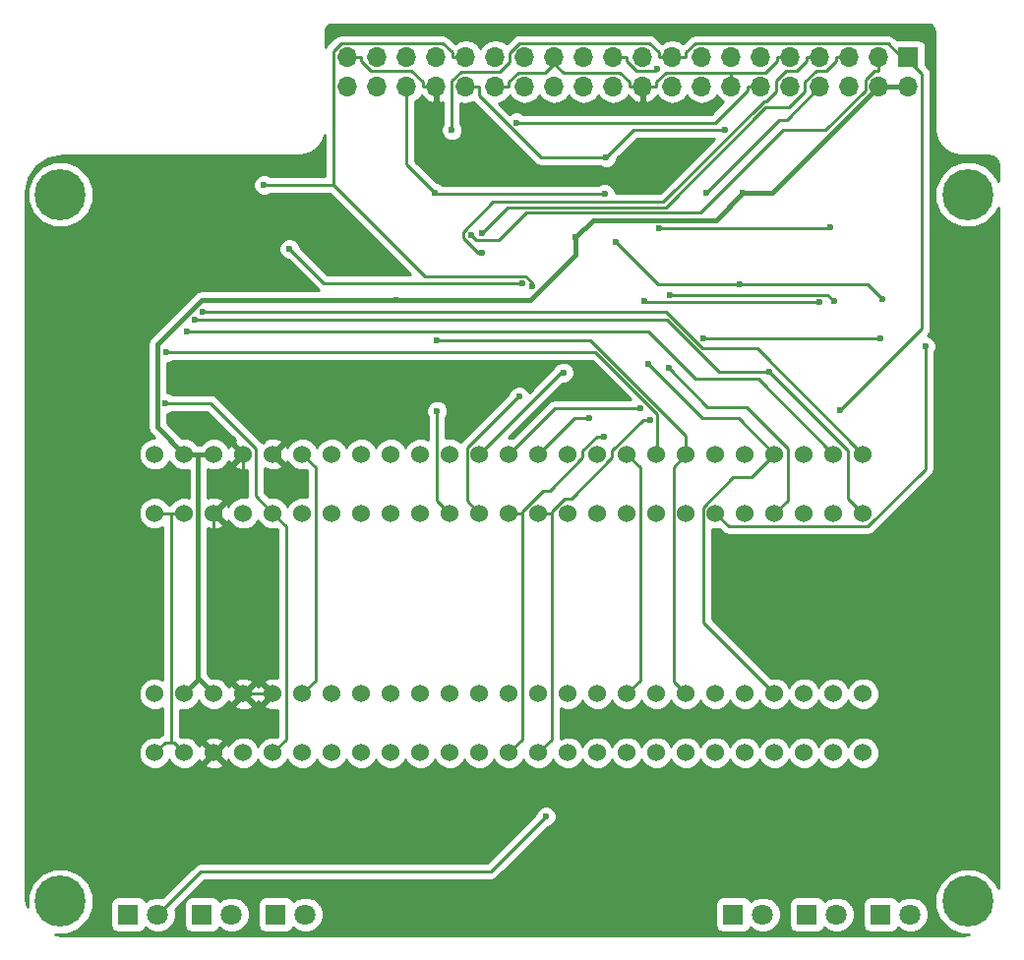
<source format=gbr>
G04 #@! TF.FileFunction,Copper,L1,Top,Signal*
%FSLAX46Y46*%
G04 Gerber Fmt 4.6, Leading zero omitted, Abs format (unit mm)*
G04 Created by KiCad (PCBNEW 4.0.7) date 08/17/18 03:28:31*
%MOMM*%
%LPD*%
G01*
G04 APERTURE LIST*
%ADD10C,0.100000*%
%ADD11C,4.400000*%
%ADD12C,1.524000*%
%ADD13R,1.700000X1.700000*%
%ADD14O,1.700000X1.700000*%
%ADD15R,1.800000X1.800000*%
%ADD16C,1.800000*%
%ADD17C,0.600000*%
%ADD18C,0.250000*%
%ADD19C,0.400000*%
%ADD20C,0.254000*%
G04 APERTURE END LIST*
D10*
D11*
X210693000Y-67564000D03*
X132588000Y-67564000D03*
X132588000Y-128397000D03*
D12*
X201676000Y-110561000D03*
X201676000Y-115641000D03*
X199136000Y-110561000D03*
X199136000Y-115641000D03*
X196596000Y-110561000D03*
X196596000Y-115641000D03*
X194056000Y-110561000D03*
X194056000Y-115641000D03*
X191516000Y-110561000D03*
X191516000Y-115641000D03*
X188976000Y-110561000D03*
X188976000Y-115641000D03*
X186436000Y-110561000D03*
X186436000Y-115641000D03*
X183896000Y-110561000D03*
X183896000Y-115641000D03*
X181356000Y-110561000D03*
X181356000Y-115641000D03*
X178816000Y-110561000D03*
X178816000Y-115641000D03*
X176276000Y-110561000D03*
X176276000Y-115641000D03*
X173736000Y-110561000D03*
X173736000Y-115641000D03*
X171196000Y-110561000D03*
X171196000Y-115641000D03*
X168656000Y-110561000D03*
X168656000Y-115641000D03*
X166116000Y-110561000D03*
X166116000Y-115641000D03*
X163576000Y-110561000D03*
X163576000Y-115641000D03*
X161036000Y-110561000D03*
X161036000Y-115641000D03*
X158496000Y-110561000D03*
X158496000Y-115641000D03*
X155956000Y-110561000D03*
X155956000Y-115641000D03*
X153416000Y-110561000D03*
X153416000Y-115641000D03*
X150876000Y-110561000D03*
X150876000Y-115641000D03*
X148336000Y-110561000D03*
X148336000Y-115641000D03*
X145796000Y-110561000D03*
X145796000Y-115641000D03*
X143256000Y-110561000D03*
X143256000Y-115641000D03*
X140716000Y-110561000D03*
X140716000Y-115641000D03*
X201676000Y-89916000D03*
X201676000Y-94996000D03*
X199136000Y-89916000D03*
X199136000Y-94996000D03*
X196596000Y-89916000D03*
X196596000Y-94996000D03*
X194056000Y-89916000D03*
X194056000Y-94996000D03*
X191516000Y-89916000D03*
X191516000Y-94996000D03*
X188976000Y-89916000D03*
X188976000Y-94996000D03*
X186436000Y-89916000D03*
X186436000Y-94996000D03*
X183896000Y-89916000D03*
X183896000Y-94996000D03*
X181356000Y-89916000D03*
X181356000Y-94996000D03*
X178816000Y-89916000D03*
X178816000Y-94996000D03*
X176276000Y-89916000D03*
X176276000Y-94996000D03*
X173736000Y-89916000D03*
X173736000Y-94996000D03*
X171196000Y-89916000D03*
X171196000Y-94996000D03*
X168656000Y-89916000D03*
X168656000Y-94996000D03*
X166116000Y-89916000D03*
X166116000Y-94996000D03*
X163576000Y-89916000D03*
X163576000Y-94996000D03*
X161036000Y-89916000D03*
X161036000Y-94996000D03*
X158496000Y-89916000D03*
X158496000Y-94996000D03*
X155956000Y-89916000D03*
X155956000Y-94996000D03*
X153416000Y-89916000D03*
X153416000Y-94996000D03*
X150876000Y-89916000D03*
X150876000Y-94996000D03*
X148336000Y-89916000D03*
X148336000Y-94996000D03*
X145796000Y-89916000D03*
X145796000Y-94996000D03*
X143256000Y-89916000D03*
X143256000Y-94996000D03*
X140716000Y-89916000D03*
X140716000Y-94996000D03*
D13*
X205572000Y-55727600D03*
D14*
X205572000Y-58267600D03*
X203032000Y-55727600D03*
X203032000Y-58267600D03*
X200492000Y-55727600D03*
X200492000Y-58267600D03*
X197952000Y-55727600D03*
X197952000Y-58267600D03*
X195412000Y-55727600D03*
X195412000Y-58267600D03*
X192872000Y-55727600D03*
X192872000Y-58267600D03*
X190332000Y-55727600D03*
X190332000Y-58267600D03*
X187792000Y-55727600D03*
X187792000Y-58267600D03*
X185252000Y-55727600D03*
X185252000Y-58267600D03*
X182712000Y-55727600D03*
X182712000Y-58267600D03*
X180172000Y-55727600D03*
X180172000Y-58267600D03*
X177632000Y-55727600D03*
X177632000Y-58267600D03*
X175092000Y-55727600D03*
X175092000Y-58267600D03*
X172552000Y-55727600D03*
X172552000Y-58267600D03*
X170012000Y-55727600D03*
X170012000Y-58267600D03*
X167472000Y-55727600D03*
X167472000Y-58267600D03*
X164932000Y-55727600D03*
X164932000Y-58267600D03*
X162392000Y-55727600D03*
X162392000Y-58267600D03*
X159852000Y-55727600D03*
X159852000Y-58267600D03*
X157312000Y-55727600D03*
X157312000Y-58267600D03*
D15*
X203200000Y-129540000D03*
D16*
X205740000Y-129540000D03*
D15*
X196850000Y-129540000D03*
D16*
X199390000Y-129540000D03*
D15*
X144780000Y-129540000D03*
D16*
X147320000Y-129540000D03*
D15*
X151130000Y-129540000D03*
D16*
X153670000Y-129540000D03*
D15*
X190500000Y-129540000D03*
D16*
X193040000Y-129540000D03*
D15*
X138430000Y-129540000D03*
D16*
X140970000Y-129540000D03*
D11*
X210693000Y-128397000D03*
D17*
X161480300Y-76673600D03*
X191347500Y-67455400D03*
X176958200Y-71271600D03*
X168910000Y-70864400D03*
X168910000Y-72618700D03*
X150117800Y-66744300D03*
X173183800Y-75494100D03*
X152304400Y-72261900D03*
X172365200Y-75218800D03*
X167912200Y-71043100D03*
X144832600Y-77657200D03*
X193594800Y-82832200D03*
X144126300Y-78346800D03*
X143483400Y-79379100D03*
X184925600Y-82527000D03*
X207029300Y-80649700D03*
X164992900Y-80092300D03*
X141660900Y-81162900D03*
X178080000Y-86790900D03*
X183318000Y-86986300D03*
X182546200Y-85989200D03*
X179394700Y-88421200D03*
X175885300Y-82897500D03*
X172075300Y-84970400D03*
X165008400Y-86208800D03*
X141653200Y-85520300D03*
X199679700Y-86176200D03*
X166277300Y-62020700D03*
X191025900Y-75263800D03*
X203375900Y-76604500D03*
X180401800Y-71671700D03*
X199196000Y-76779600D03*
X185006200Y-76203500D03*
X197906700Y-76846400D03*
X182853600Y-76708800D03*
X179575200Y-64354900D03*
X189809900Y-62013900D03*
X183934700Y-56738500D03*
X203200000Y-79948600D03*
X187960000Y-79948600D03*
X198821100Y-70385700D03*
X184154000Y-70504600D03*
X188156200Y-67410100D03*
X174371000Y-121100400D03*
X171837100Y-61373800D03*
X183201600Y-82133900D03*
X164849300Y-67455400D03*
X179421900Y-67509000D03*
D18*
X182712000Y-58267600D02*
X181536700Y-58267600D01*
X182712000Y-58267600D02*
X183887300Y-58267600D01*
X190332000Y-58267600D02*
X190332000Y-57092300D01*
X148336000Y-92456000D02*
X148336000Y-89916000D01*
X145796000Y-94996000D02*
X148336000Y-92456000D01*
X148336000Y-110561000D02*
X150876000Y-110561000D01*
X145796000Y-108021000D02*
X145796000Y-94996000D01*
X148336000Y-110561000D02*
X145796000Y-108021000D01*
X158487300Y-56095000D02*
X158487300Y-55727600D01*
X159295200Y-56902900D02*
X158487300Y-56095000D01*
X162759400Y-56902900D02*
X159295200Y-56902900D01*
X163756700Y-57900200D02*
X162759400Y-56902900D01*
X163756700Y-58267600D02*
X163756700Y-57900200D01*
X164932000Y-58267600D02*
X163756700Y-58267600D01*
X157312000Y-55727600D02*
X158487300Y-55727600D01*
X170012000Y-58267600D02*
X171187300Y-58267600D01*
X171187300Y-57900200D02*
X171187300Y-58267600D01*
X171995200Y-57092300D02*
X171187300Y-57900200D01*
X174314900Y-57092300D02*
X171995200Y-57092300D01*
X175092000Y-56315200D02*
X174314900Y-57092300D01*
X175092000Y-55727600D02*
X175092000Y-56315200D01*
X181536700Y-57900200D02*
X181536700Y-58267600D01*
X180728800Y-57092300D02*
X181536700Y-57900200D01*
X175869100Y-57092300D02*
X180728800Y-57092300D01*
X175092000Y-56315200D02*
X175869100Y-57092300D01*
X184695200Y-57092300D02*
X190332000Y-57092300D01*
X183887300Y-57900200D02*
X184695200Y-57092300D01*
X183887300Y-58267600D02*
X183887300Y-57900200D01*
X194236700Y-56094900D02*
X194236700Y-55727600D01*
X193239300Y-57092300D02*
X194236700Y-56094900D01*
X190332000Y-57092300D02*
X193239300Y-57092300D01*
X195412000Y-55727600D02*
X194236700Y-55727600D01*
D19*
X205572000Y-58267600D02*
X204321700Y-58267600D01*
X203032000Y-58267600D02*
X204321700Y-58267600D01*
X144605400Y-109370400D02*
X145796000Y-110561000D01*
X144446600Y-109370400D02*
X144605400Y-109370400D01*
X144446600Y-89916000D02*
X144446600Y-109370400D01*
X144446600Y-109370400D02*
X143256000Y-110561000D01*
X145796000Y-89916000D02*
X144446600Y-89916000D01*
X144446600Y-89916000D02*
X143256000Y-89916000D01*
X193844200Y-67455400D02*
X191347500Y-67455400D01*
X203032000Y-58267600D02*
X193844200Y-67455400D01*
X188998700Y-69804200D02*
X191347500Y-67455400D01*
X178425600Y-69804200D02*
X188998700Y-69804200D01*
X176958200Y-71271600D02*
X178425600Y-69804200D01*
X176958200Y-72735400D02*
X176958200Y-71271600D01*
X173020000Y-76673600D02*
X176958200Y-72735400D01*
X161480300Y-76673600D02*
X173020000Y-76673600D01*
X140952900Y-87612900D02*
X143256000Y-89916000D01*
X140952900Y-80480300D02*
X140952900Y-87612900D01*
X144759600Y-76673600D02*
X140952900Y-80480300D01*
X161480300Y-76673600D02*
X144759600Y-76673600D01*
D18*
X200492000Y-55727600D02*
X199316700Y-55727600D01*
X199316700Y-56095000D02*
X199316700Y-55727600D01*
X198508800Y-56902900D02*
X199316700Y-56095000D01*
X197626200Y-56902900D02*
X198508800Y-56902900D01*
X196682000Y-57847100D02*
X197626200Y-56902900D01*
X196682000Y-58688400D02*
X196682000Y-57847100D01*
X195288000Y-60082400D02*
X196682000Y-58688400D01*
X193262700Y-60082400D02*
X195288000Y-60082400D01*
X184677600Y-68667500D02*
X193262700Y-60082400D01*
X171106900Y-68667500D02*
X184677600Y-68667500D01*
X168910000Y-70864400D02*
X171106900Y-68667500D01*
X197952000Y-55727600D02*
X196776700Y-55727600D01*
X196776700Y-56095000D02*
X196776700Y-55727600D01*
X195968800Y-56902900D02*
X196776700Y-56095000D01*
X195048500Y-56902900D02*
X195968800Y-56902900D01*
X194175400Y-57776000D02*
X195048500Y-56902900D01*
X194175400Y-58712400D02*
X194175400Y-57776000D01*
X193350400Y-59537400D02*
X194175400Y-58712400D01*
X193170800Y-59537400D02*
X193350400Y-59537400D01*
X184491000Y-68217200D02*
X193170800Y-59537400D01*
X169847000Y-68217200D02*
X184491000Y-68217200D01*
X167247800Y-70816400D02*
X169847000Y-68217200D01*
X167247800Y-71334800D02*
X167247800Y-70816400D01*
X168531700Y-72618700D02*
X167247800Y-71334800D01*
X168910000Y-72618700D02*
X168531700Y-72618700D01*
X167472000Y-55727600D02*
X166296700Y-55727600D01*
X150117800Y-66744300D02*
X156078000Y-66744300D01*
X166296700Y-55360200D02*
X166296700Y-55727600D01*
X165488800Y-54552300D02*
X166296700Y-55360200D01*
X156736300Y-54552300D02*
X165488800Y-54552300D01*
X156078000Y-55210600D02*
X156736300Y-54552300D01*
X156078000Y-66744300D02*
X156078000Y-55210600D01*
X173183800Y-75148200D02*
X173183800Y-75494100D01*
X172629000Y-74593400D02*
X173183800Y-75148200D01*
X163927100Y-74593400D02*
X172629000Y-74593400D01*
X156078000Y-66744300D02*
X163927100Y-74593400D01*
X155261300Y-75218800D02*
X172365200Y-75218800D01*
X152304400Y-72261900D02*
X155261300Y-75218800D01*
X203032000Y-55727600D02*
X203032000Y-56902900D01*
X202664600Y-56902900D02*
X203032000Y-56902900D01*
X201856700Y-57710800D02*
X202664600Y-56902900D01*
X201856700Y-58601900D02*
X201856700Y-57710800D01*
X198436800Y-62021800D02*
X201856700Y-58601900D01*
X194772400Y-62021800D02*
X198436800Y-62021800D01*
X187676400Y-69117800D02*
X194772400Y-62021800D01*
X172715700Y-69117800D02*
X187676400Y-69117800D01*
X170340600Y-71492900D02*
X172715700Y-69117800D01*
X168362000Y-71492900D02*
X170340600Y-71492900D01*
X167912200Y-71043100D02*
X168362000Y-71492900D01*
X192558700Y-80798700D02*
X201676000Y-89916000D01*
X187871400Y-80798700D02*
X192558700Y-80798700D01*
X184729900Y-77657200D02*
X187871400Y-80798700D01*
X144832600Y-77657200D02*
X184729900Y-77657200D01*
X200406000Y-89643400D02*
X193594800Y-82832200D01*
X200406000Y-93726000D02*
X200406000Y-89643400D01*
X201676000Y-94996000D02*
X200406000Y-93726000D01*
X189268000Y-82832200D02*
X193594800Y-82832200D01*
X184782600Y-78346800D02*
X189268000Y-82832200D01*
X144126300Y-78346800D02*
X184782600Y-78346800D01*
X192677600Y-83457600D02*
X199136000Y-89916000D01*
X187252300Y-83457600D02*
X192677600Y-83457600D01*
X183173800Y-79379100D02*
X187252300Y-83457600D01*
X143483400Y-79379100D02*
X183173800Y-79379100D01*
X195167200Y-93884800D02*
X194056000Y-94996000D01*
X195167200Y-89442200D02*
X195167200Y-93884800D01*
X191629300Y-85904300D02*
X195167200Y-89442200D01*
X188302900Y-85904300D02*
X191629300Y-85904300D01*
X184925600Y-82527000D02*
X188302900Y-85904300D01*
X190122500Y-96142500D02*
X188976000Y-94996000D01*
X202074000Y-96142500D02*
X190122500Y-96142500D01*
X207029300Y-91187200D02*
X202074000Y-96142500D01*
X207029300Y-80649700D02*
X207029300Y-91187200D01*
X185346500Y-109471500D02*
X186436000Y-110561000D01*
X185346500Y-91005500D02*
X185346500Y-109471500D01*
X186436000Y-89916000D02*
X185346500Y-91005500D01*
X186436000Y-88327400D02*
X186436000Y-89916000D01*
X178200900Y-80092300D02*
X186436000Y-88327400D01*
X164992900Y-80092300D02*
X178200900Y-80092300D01*
X178631900Y-81162900D02*
X141660900Y-81162900D01*
X183967700Y-86498700D02*
X178631900Y-81162900D01*
X183967700Y-89844300D02*
X183967700Y-86498700D01*
X183896000Y-89916000D02*
X183967700Y-89844300D01*
X182467200Y-109449800D02*
X181356000Y-110561000D01*
X182467200Y-91027200D02*
X182467200Y-109449800D01*
X181356000Y-89916000D02*
X182467200Y-91027200D01*
X176861100Y-86790900D02*
X173736000Y-89916000D01*
X178080000Y-86790900D02*
X176861100Y-86790900D01*
X174847200Y-114529800D02*
X173736000Y-115641000D01*
X174847200Y-94996000D02*
X174847200Y-114529800D01*
X173736000Y-94996000D02*
X174847200Y-94996000D01*
X182747600Y-86986300D02*
X183318000Y-86986300D01*
X180086000Y-89647900D02*
X182747600Y-86986300D01*
X180086000Y-90232500D02*
X180086000Y-89647900D01*
X176592500Y-93726000D02*
X180086000Y-90232500D01*
X175958300Y-93726000D02*
X176592500Y-93726000D01*
X174847200Y-94837100D02*
X175958300Y-93726000D01*
X174847200Y-94996000D02*
X174847200Y-94837100D01*
X175122800Y-85989200D02*
X182546200Y-85989200D01*
X171196000Y-89916000D02*
X175122800Y-85989200D01*
X172307200Y-114529800D02*
X171196000Y-115641000D01*
X172307200Y-94996000D02*
X172307200Y-114529800D01*
X172307200Y-94996000D02*
X171196000Y-94996000D01*
X172307200Y-94874200D02*
X172307200Y-94996000D01*
X174131500Y-93049900D02*
X172307200Y-94874200D01*
X174695000Y-93049900D02*
X174131500Y-93049900D01*
X177546000Y-90198900D02*
X174695000Y-93049900D01*
X177546000Y-89640000D02*
X177546000Y-90198900D01*
X178764800Y-88421200D02*
X177546000Y-89640000D01*
X179394700Y-88421200D02*
X178764800Y-88421200D01*
X175674500Y-82897500D02*
X175885300Y-82897500D01*
X168656000Y-89916000D02*
X175674500Y-82897500D01*
X171987800Y-84970400D02*
X172075300Y-84970400D01*
X167567300Y-89390900D02*
X171987800Y-84970400D01*
X167567300Y-93907300D02*
X167567300Y-89390900D01*
X168656000Y-94996000D02*
X167567300Y-93907300D01*
X165008400Y-93888400D02*
X166116000Y-94996000D01*
X165008400Y-86208800D02*
X165008400Y-93888400D01*
X154527200Y-109449800D02*
X153416000Y-110561000D01*
X154527200Y-91027200D02*
X154527200Y-109449800D01*
X153416000Y-89916000D02*
X154527200Y-91027200D01*
X151987200Y-114529800D02*
X150876000Y-115641000D01*
X151987200Y-96107200D02*
X151987200Y-114529800D01*
X150876000Y-94996000D02*
X151987200Y-96107200D01*
X149423400Y-93543400D02*
X150876000Y-94996000D01*
X149423400Y-89443600D02*
X149423400Y-93543400D01*
X145500100Y-85520300D02*
X149423400Y-89443600D01*
X141653200Y-85520300D02*
X145500100Y-85520300D01*
X140716000Y-94996000D02*
X142144700Y-94996000D01*
X142144700Y-94996000D02*
X143256000Y-94996000D01*
X142144700Y-94996000D02*
X142144700Y-114778900D01*
X141578100Y-114778900D02*
X142144700Y-114778900D01*
X140716000Y-115641000D02*
X141578100Y-114778900D01*
X142393900Y-114778900D02*
X143256000Y-115641000D01*
X142144700Y-114778900D02*
X142393900Y-114778900D01*
X205572000Y-55727600D02*
X205278200Y-55727600D01*
X205278200Y-55727600D02*
X204984400Y-55727600D01*
X186427300Y-55360200D02*
X186427300Y-55727600D01*
X187235200Y-54552300D02*
X186427300Y-55360200D01*
X203809100Y-54552300D02*
X187235200Y-54552300D01*
X204984400Y-55727600D02*
X203809100Y-54552300D01*
X185252000Y-55727600D02*
X184076700Y-55727600D01*
X185252000Y-55727600D02*
X186427300Y-55727600D01*
X166277300Y-57795300D02*
X166277300Y-62020700D01*
X167075000Y-56997600D02*
X166277300Y-57795300D01*
X170426200Y-56997600D02*
X167075000Y-56997600D01*
X171248600Y-56175200D02*
X170426200Y-56997600D01*
X171248600Y-55368500D02*
X171248600Y-56175200D01*
X172098300Y-54518800D02*
X171248600Y-55368500D01*
X183235200Y-54518800D02*
X172098300Y-54518800D01*
X184076700Y-55360300D02*
X183235200Y-54518800D01*
X184076700Y-55727600D02*
X184076700Y-55360300D01*
X206749500Y-79106400D02*
X199679700Y-86176200D01*
X206749500Y-57198900D02*
X206749500Y-79106400D01*
X205278200Y-55727600D02*
X206749500Y-57198900D01*
X202035200Y-75263800D02*
X191025900Y-75263800D01*
X203375900Y-76604500D02*
X202035200Y-75263800D01*
X183993900Y-75263800D02*
X180401800Y-71671700D01*
X191025900Y-75263800D02*
X183993900Y-75263800D01*
X198619900Y-76203500D02*
X185006200Y-76203500D01*
X199196000Y-76779600D02*
X198619900Y-76203500D01*
X182991200Y-76846400D02*
X197906700Y-76846400D01*
X182853600Y-76708800D02*
X182991200Y-76846400D01*
X167472000Y-58267600D02*
X168647300Y-58267600D01*
X173933900Y-64354900D02*
X179575200Y-64354900D01*
X168647300Y-59068300D02*
X173933900Y-64354900D01*
X168647300Y-58267600D02*
X168647300Y-59068300D01*
X181916200Y-62013900D02*
X179575200Y-64354900D01*
X189809900Y-62013900D02*
X181916200Y-62013900D01*
X181347300Y-56095000D02*
X181347300Y-55727600D01*
X182155200Y-56902900D02*
X181347300Y-56095000D01*
X183770300Y-56902900D02*
X182155200Y-56902900D01*
X183934700Y-56738500D02*
X183770300Y-56902900D01*
X180172000Y-55727600D02*
X181347300Y-55727600D01*
X187960000Y-79948600D02*
X203200000Y-79948600D01*
X198702200Y-70504600D02*
X184154000Y-70504600D01*
X198821100Y-70385700D02*
X198702200Y-70504600D01*
X194439000Y-61127300D02*
X188156200Y-67410100D01*
X195092300Y-61127300D02*
X194439000Y-61127300D01*
X197952000Y-58267600D02*
X195092300Y-61127300D01*
X169631900Y-125839500D02*
X174371000Y-121100400D01*
X144670500Y-125839500D02*
X169631900Y-125839500D01*
X140970000Y-129540000D02*
X144670500Y-125839500D01*
X191696700Y-58593000D02*
X191696700Y-58267600D01*
X188915900Y-61373800D02*
X191696700Y-58593000D01*
X171837100Y-61373800D02*
X188915900Y-61373800D01*
X192872000Y-58267600D02*
X191696700Y-58267600D01*
X192090900Y-91881100D02*
X194056000Y-89916000D01*
X190495900Y-91881100D02*
X192090900Y-91881100D01*
X187887600Y-94489400D02*
X190495900Y-91881100D01*
X187887600Y-104392600D02*
X187887600Y-94489400D01*
X194056000Y-110561000D02*
X187887600Y-104392600D01*
X190944900Y-86804900D02*
X194056000Y-89916000D01*
X187872600Y-86804900D02*
X190944900Y-86804900D01*
X183201600Y-82133900D02*
X187872600Y-86804900D01*
X162392000Y-64998100D02*
X162392000Y-58267600D01*
X164849300Y-67455400D02*
X162392000Y-64998100D01*
X164902900Y-67509000D02*
X164849300Y-67455400D01*
X179421900Y-67509000D02*
X164902900Y-67509000D01*
D20*
G36*
X207472979Y-52962478D02*
X207650145Y-53080856D01*
X207768521Y-53258019D01*
X207824000Y-53536931D01*
X207824000Y-61976000D01*
X207837643Y-62044587D01*
X207837643Y-62114514D01*
X207953651Y-62697725D01*
X207988476Y-62781800D01*
X208059664Y-62953664D01*
X208390025Y-63448086D01*
X208493854Y-63551914D01*
X208585915Y-63643975D01*
X209080336Y-63974336D01*
X209204037Y-64025574D01*
X209336276Y-64080349D01*
X209919486Y-64196358D01*
X209989416Y-64196358D01*
X210058000Y-64210000D01*
X212401073Y-64210000D01*
X212777182Y-64284814D01*
X213036749Y-64458250D01*
X213210188Y-64717820D01*
X213285000Y-65093927D01*
X213285000Y-66413263D01*
X213097798Y-65960199D01*
X212300995Y-65162005D01*
X211259390Y-64729493D01*
X210131558Y-64728509D01*
X209089199Y-65159202D01*
X208291005Y-65956005D01*
X207858493Y-66997610D01*
X207857509Y-68125442D01*
X208288202Y-69167801D01*
X209085005Y-69965995D01*
X210126610Y-70398507D01*
X211254442Y-70399491D01*
X212296801Y-69968798D01*
X213094995Y-69171995D01*
X213285000Y-68714412D01*
X213285000Y-127246263D01*
X213097798Y-126793199D01*
X212300995Y-125995005D01*
X211259390Y-125562493D01*
X210131558Y-125561509D01*
X209089199Y-125992202D01*
X208291005Y-126789005D01*
X207858493Y-127830610D01*
X207857509Y-128958442D01*
X208288202Y-130000801D01*
X209085005Y-130798995D01*
X210126610Y-131231507D01*
X210804887Y-131232099D01*
X210114760Y-131370000D01*
X132784931Y-131370000D01*
X132088975Y-131231566D01*
X133149442Y-131232491D01*
X134191801Y-130801798D01*
X134989995Y-130004995D01*
X135422507Y-128963390D01*
X135422789Y-128640000D01*
X136882560Y-128640000D01*
X136882560Y-130440000D01*
X136926838Y-130675317D01*
X137065910Y-130891441D01*
X137278110Y-131036431D01*
X137530000Y-131087440D01*
X139330000Y-131087440D01*
X139565317Y-131043162D01*
X139781441Y-130904090D01*
X139926431Y-130691890D01*
X139930567Y-130671466D01*
X140099357Y-130840551D01*
X140663330Y-131074733D01*
X141273991Y-131075265D01*
X141838371Y-130842068D01*
X142270551Y-130410643D01*
X142504733Y-129846670D01*
X142505265Y-129236009D01*
X142459515Y-129125287D01*
X142944802Y-128640000D01*
X143232560Y-128640000D01*
X143232560Y-130440000D01*
X143276838Y-130675317D01*
X143415910Y-130891441D01*
X143628110Y-131036431D01*
X143880000Y-131087440D01*
X145680000Y-131087440D01*
X145915317Y-131043162D01*
X146131441Y-130904090D01*
X146276431Y-130691890D01*
X146280567Y-130671466D01*
X146449357Y-130840551D01*
X147013330Y-131074733D01*
X147623991Y-131075265D01*
X148188371Y-130842068D01*
X148620551Y-130410643D01*
X148854733Y-129846670D01*
X148855265Y-129236009D01*
X148622068Y-128671629D01*
X148590495Y-128640000D01*
X149582560Y-128640000D01*
X149582560Y-130440000D01*
X149626838Y-130675317D01*
X149765910Y-130891441D01*
X149978110Y-131036431D01*
X150230000Y-131087440D01*
X152030000Y-131087440D01*
X152265317Y-131043162D01*
X152481441Y-130904090D01*
X152626431Y-130691890D01*
X152630567Y-130671466D01*
X152799357Y-130840551D01*
X153363330Y-131074733D01*
X153973991Y-131075265D01*
X154538371Y-130842068D01*
X154970551Y-130410643D01*
X155204733Y-129846670D01*
X155205265Y-129236009D01*
X154972068Y-128671629D01*
X154940495Y-128640000D01*
X188952560Y-128640000D01*
X188952560Y-130440000D01*
X188996838Y-130675317D01*
X189135910Y-130891441D01*
X189348110Y-131036431D01*
X189600000Y-131087440D01*
X191400000Y-131087440D01*
X191635317Y-131043162D01*
X191851441Y-130904090D01*
X191996431Y-130691890D01*
X192000567Y-130671466D01*
X192169357Y-130840551D01*
X192733330Y-131074733D01*
X193343991Y-131075265D01*
X193908371Y-130842068D01*
X194340551Y-130410643D01*
X194574733Y-129846670D01*
X194575265Y-129236009D01*
X194342068Y-128671629D01*
X194310495Y-128640000D01*
X195302560Y-128640000D01*
X195302560Y-130440000D01*
X195346838Y-130675317D01*
X195485910Y-130891441D01*
X195698110Y-131036431D01*
X195950000Y-131087440D01*
X197750000Y-131087440D01*
X197985317Y-131043162D01*
X198201441Y-130904090D01*
X198346431Y-130691890D01*
X198350567Y-130671466D01*
X198519357Y-130840551D01*
X199083330Y-131074733D01*
X199693991Y-131075265D01*
X200258371Y-130842068D01*
X200690551Y-130410643D01*
X200924733Y-129846670D01*
X200925265Y-129236009D01*
X200692068Y-128671629D01*
X200660495Y-128640000D01*
X201652560Y-128640000D01*
X201652560Y-130440000D01*
X201696838Y-130675317D01*
X201835910Y-130891441D01*
X202048110Y-131036431D01*
X202300000Y-131087440D01*
X204100000Y-131087440D01*
X204335317Y-131043162D01*
X204551441Y-130904090D01*
X204696431Y-130691890D01*
X204700567Y-130671466D01*
X204869357Y-130840551D01*
X205433330Y-131074733D01*
X206043991Y-131075265D01*
X206608371Y-130842068D01*
X207040551Y-130410643D01*
X207274733Y-129846670D01*
X207275265Y-129236009D01*
X207042068Y-128671629D01*
X206610643Y-128239449D01*
X206046670Y-128005267D01*
X205436009Y-128004735D01*
X204871629Y-128237932D01*
X204703387Y-128405880D01*
X204703162Y-128404683D01*
X204564090Y-128188559D01*
X204351890Y-128043569D01*
X204100000Y-127992560D01*
X202300000Y-127992560D01*
X202064683Y-128036838D01*
X201848559Y-128175910D01*
X201703569Y-128388110D01*
X201652560Y-128640000D01*
X200660495Y-128640000D01*
X200260643Y-128239449D01*
X199696670Y-128005267D01*
X199086009Y-128004735D01*
X198521629Y-128237932D01*
X198353387Y-128405880D01*
X198353162Y-128404683D01*
X198214090Y-128188559D01*
X198001890Y-128043569D01*
X197750000Y-127992560D01*
X195950000Y-127992560D01*
X195714683Y-128036838D01*
X195498559Y-128175910D01*
X195353569Y-128388110D01*
X195302560Y-128640000D01*
X194310495Y-128640000D01*
X193910643Y-128239449D01*
X193346670Y-128005267D01*
X192736009Y-128004735D01*
X192171629Y-128237932D01*
X192003387Y-128405880D01*
X192003162Y-128404683D01*
X191864090Y-128188559D01*
X191651890Y-128043569D01*
X191400000Y-127992560D01*
X189600000Y-127992560D01*
X189364683Y-128036838D01*
X189148559Y-128175910D01*
X189003569Y-128388110D01*
X188952560Y-128640000D01*
X154940495Y-128640000D01*
X154540643Y-128239449D01*
X153976670Y-128005267D01*
X153366009Y-128004735D01*
X152801629Y-128237932D01*
X152633387Y-128405880D01*
X152633162Y-128404683D01*
X152494090Y-128188559D01*
X152281890Y-128043569D01*
X152030000Y-127992560D01*
X150230000Y-127992560D01*
X149994683Y-128036838D01*
X149778559Y-128175910D01*
X149633569Y-128388110D01*
X149582560Y-128640000D01*
X148590495Y-128640000D01*
X148190643Y-128239449D01*
X147626670Y-128005267D01*
X147016009Y-128004735D01*
X146451629Y-128237932D01*
X146283387Y-128405880D01*
X146283162Y-128404683D01*
X146144090Y-128188559D01*
X145931890Y-128043569D01*
X145680000Y-127992560D01*
X143880000Y-127992560D01*
X143644683Y-128036838D01*
X143428559Y-128175910D01*
X143283569Y-128388110D01*
X143232560Y-128640000D01*
X142944802Y-128640000D01*
X144985302Y-126599500D01*
X169631900Y-126599500D01*
X169922739Y-126541648D01*
X170169301Y-126376901D01*
X174510681Y-122035522D01*
X174556167Y-122035562D01*
X174899943Y-121893517D01*
X175163192Y-121630727D01*
X175305838Y-121287199D01*
X175306162Y-120915233D01*
X175164117Y-120571457D01*
X174901327Y-120308208D01*
X174557799Y-120165562D01*
X174185833Y-120165238D01*
X173842057Y-120307283D01*
X173578808Y-120570073D01*
X173436162Y-120913601D01*
X173436121Y-120960476D01*
X169317098Y-125079500D01*
X144670500Y-125079500D01*
X144379660Y-125137352D01*
X144133099Y-125302099D01*
X141384964Y-128050234D01*
X141276670Y-128005267D01*
X140666009Y-128004735D01*
X140101629Y-128237932D01*
X139933387Y-128405880D01*
X139933162Y-128404683D01*
X139794090Y-128188559D01*
X139581890Y-128043569D01*
X139330000Y-127992560D01*
X137530000Y-127992560D01*
X137294683Y-128036838D01*
X137078559Y-128175910D01*
X136933569Y-128388110D01*
X136882560Y-128640000D01*
X135422789Y-128640000D01*
X135423491Y-127835558D01*
X134992798Y-126793199D01*
X134195995Y-125995005D01*
X133154390Y-125562493D01*
X132026558Y-125561509D01*
X130984199Y-125992202D01*
X130186005Y-126789005D01*
X129753493Y-127830610D01*
X129752565Y-128894821D01*
X129615000Y-128206380D01*
X129615000Y-68125442D01*
X129752509Y-68125442D01*
X130183202Y-69167801D01*
X130980005Y-69965995D01*
X132021610Y-70398507D01*
X133149442Y-70399491D01*
X134191801Y-69968798D01*
X134989995Y-69171995D01*
X135422507Y-68130390D01*
X135423491Y-67002558D01*
X134992798Y-65960199D01*
X134195995Y-65162005D01*
X133154390Y-64729493D01*
X132026558Y-64728509D01*
X130984199Y-65159202D01*
X130186005Y-65956005D01*
X129753493Y-66997610D01*
X129752509Y-68125442D01*
X129615000Y-68125442D01*
X129615000Y-67379925D01*
X129863824Y-66128999D01*
X130532804Y-65127798D01*
X131534274Y-64458639D01*
X132778590Y-64210000D01*
X153162000Y-64210000D01*
X153230587Y-64196357D01*
X153300514Y-64196357D01*
X153883725Y-64080349D01*
X153989738Y-64036437D01*
X154139664Y-63974336D01*
X154634086Y-63643975D01*
X154829974Y-63448086D01*
X154829975Y-63448085D01*
X155160336Y-62953664D01*
X155234796Y-62773900D01*
X155266349Y-62697724D01*
X155318000Y-62438060D01*
X155318000Y-65984300D01*
X150680263Y-65984300D01*
X150648127Y-65952108D01*
X150304599Y-65809462D01*
X149932633Y-65809138D01*
X149588857Y-65951183D01*
X149325608Y-66213973D01*
X149182962Y-66557501D01*
X149182638Y-66929467D01*
X149324683Y-67273243D01*
X149587473Y-67536492D01*
X149931001Y-67679138D01*
X150302967Y-67679462D01*
X150646743Y-67537417D01*
X150679918Y-67504300D01*
X155763198Y-67504300D01*
X162717698Y-74458800D01*
X155576102Y-74458800D01*
X153239522Y-72122220D01*
X153239562Y-72076733D01*
X153097517Y-71732957D01*
X152834727Y-71469708D01*
X152491199Y-71327062D01*
X152119233Y-71326738D01*
X151775457Y-71468783D01*
X151512208Y-71731573D01*
X151369562Y-72075101D01*
X151369238Y-72447067D01*
X151511283Y-72790843D01*
X151774073Y-73054092D01*
X152117601Y-73196738D01*
X152164477Y-73196779D01*
X154723899Y-75756201D01*
X154847218Y-75838600D01*
X144759600Y-75838600D01*
X144440060Y-75902160D01*
X144169166Y-76083166D01*
X140362466Y-79889866D01*
X140181461Y-80160759D01*
X140117900Y-80480300D01*
X140117900Y-87612900D01*
X140181461Y-87932441D01*
X140251032Y-88036561D01*
X140362466Y-88203334D01*
X140678098Y-88518966D01*
X140439339Y-88518758D01*
X139925697Y-88730990D01*
X139532371Y-89123630D01*
X139319243Y-89636900D01*
X139318758Y-90192661D01*
X139530990Y-90706303D01*
X139923630Y-91099629D01*
X140436900Y-91312757D01*
X140992661Y-91313242D01*
X141506303Y-91101010D01*
X141899629Y-90708370D01*
X141985949Y-90500488D01*
X142070990Y-90706303D01*
X142463630Y-91099629D01*
X142976900Y-91312757D01*
X143532661Y-91313242D01*
X143611600Y-91280625D01*
X143611600Y-93631009D01*
X143535100Y-93599243D01*
X142979339Y-93598758D01*
X142465697Y-93810990D01*
X142072371Y-94203630D01*
X142058930Y-94236000D01*
X141913531Y-94236000D01*
X141901010Y-94205697D01*
X141508370Y-93812371D01*
X140995100Y-93599243D01*
X140439339Y-93598758D01*
X139925697Y-93810990D01*
X139532371Y-94203630D01*
X139319243Y-94716900D01*
X139318758Y-95272661D01*
X139530990Y-95786303D01*
X139923630Y-96179629D01*
X140436900Y-96392757D01*
X140992661Y-96393242D01*
X141384700Y-96231255D01*
X141384700Y-109326019D01*
X140995100Y-109164243D01*
X140439339Y-109163758D01*
X139925697Y-109375990D01*
X139532371Y-109768630D01*
X139319243Y-110281900D01*
X139318758Y-110837661D01*
X139530990Y-111351303D01*
X139923630Y-111744629D01*
X140436900Y-111957757D01*
X140992661Y-111958242D01*
X141384700Y-111796255D01*
X141384700Y-114057370D01*
X141287261Y-114076752D01*
X141040699Y-114241499D01*
X141025381Y-114256817D01*
X140995100Y-114244243D01*
X140439339Y-114243758D01*
X139925697Y-114455990D01*
X139532371Y-114848630D01*
X139319243Y-115361900D01*
X139318758Y-115917661D01*
X139530990Y-116431303D01*
X139923630Y-116824629D01*
X140436900Y-117037757D01*
X140992661Y-117038242D01*
X141506303Y-116826010D01*
X141899629Y-116433370D01*
X141985949Y-116225488D01*
X142070990Y-116431303D01*
X142463630Y-116824629D01*
X142976900Y-117037757D01*
X143532661Y-117038242D01*
X144046303Y-116826010D01*
X144251457Y-116621213D01*
X144995392Y-116621213D01*
X145064857Y-116863397D01*
X145588302Y-117050144D01*
X146143368Y-117022362D01*
X146527143Y-116863397D01*
X146596608Y-116621213D01*
X145796000Y-115820605D01*
X144995392Y-116621213D01*
X144251457Y-116621213D01*
X144439629Y-116433370D01*
X144519395Y-116241273D01*
X144573603Y-116372143D01*
X144815787Y-116441608D01*
X145616395Y-115641000D01*
X144815787Y-114840392D01*
X144573603Y-114909857D01*
X144523491Y-115050318D01*
X144441010Y-114850697D01*
X144251432Y-114660787D01*
X144995392Y-114660787D01*
X145796000Y-115461395D01*
X146596608Y-114660787D01*
X146527143Y-114418603D01*
X146003698Y-114231856D01*
X145448632Y-114259638D01*
X145064857Y-114418603D01*
X144995392Y-114660787D01*
X144251432Y-114660787D01*
X144048370Y-114457371D01*
X143535100Y-114244243D01*
X142979339Y-114243758D01*
X142946945Y-114257143D01*
X142931301Y-114241499D01*
X142904700Y-114223725D01*
X142904700Y-111927777D01*
X142976900Y-111957757D01*
X143532661Y-111958242D01*
X144046303Y-111746010D01*
X144439629Y-111353370D01*
X144525949Y-111145488D01*
X144610990Y-111351303D01*
X145003630Y-111744629D01*
X145516900Y-111957757D01*
X146072661Y-111958242D01*
X146586303Y-111746010D01*
X146791457Y-111541213D01*
X147535392Y-111541213D01*
X147604857Y-111783397D01*
X148128302Y-111970144D01*
X148683368Y-111942362D01*
X149067143Y-111783397D01*
X149136608Y-111541213D01*
X148336000Y-110740605D01*
X147535392Y-111541213D01*
X146791457Y-111541213D01*
X146979629Y-111353370D01*
X147059395Y-111161273D01*
X147113603Y-111292143D01*
X147355787Y-111361608D01*
X148156395Y-110561000D01*
X148515605Y-110561000D01*
X149316213Y-111361608D01*
X149558397Y-111292143D01*
X149602453Y-111168656D01*
X149653603Y-111292143D01*
X149895787Y-111361608D01*
X150696395Y-110561000D01*
X149895787Y-109760392D01*
X149653603Y-109829857D01*
X149609547Y-109953344D01*
X149558397Y-109829857D01*
X149316213Y-109760392D01*
X148515605Y-110561000D01*
X148156395Y-110561000D01*
X147355787Y-109760392D01*
X147113603Y-109829857D01*
X147063491Y-109970318D01*
X146981010Y-109770697D01*
X146791432Y-109580787D01*
X147535392Y-109580787D01*
X148336000Y-110381395D01*
X149136608Y-109580787D01*
X149067143Y-109338603D01*
X148543698Y-109151856D01*
X147988632Y-109179638D01*
X147604857Y-109338603D01*
X147535392Y-109580787D01*
X146791432Y-109580787D01*
X146588370Y-109377371D01*
X146075100Y-109164243D01*
X145579679Y-109163811D01*
X145281600Y-108865732D01*
X145281600Y-96295723D01*
X145588302Y-96405144D01*
X146143368Y-96377362D01*
X146527143Y-96218397D01*
X146596608Y-95976213D01*
X145796000Y-95175605D01*
X145781858Y-95189748D01*
X145602253Y-95010143D01*
X145616395Y-94996000D01*
X145602253Y-94981858D01*
X145781858Y-94802253D01*
X145796000Y-94816395D01*
X146596608Y-94015787D01*
X146527143Y-93773603D01*
X146003698Y-93586856D01*
X145448632Y-93614638D01*
X145281600Y-93683825D01*
X145281600Y-91215052D01*
X145516900Y-91312757D01*
X146072661Y-91313242D01*
X146586303Y-91101010D01*
X146979629Y-90708370D01*
X147059395Y-90516273D01*
X147113603Y-90647143D01*
X147355787Y-90716608D01*
X148156395Y-89916000D01*
X147355787Y-89115392D01*
X147113603Y-89184857D01*
X147063491Y-89325318D01*
X146981010Y-89125697D01*
X146588370Y-88732371D01*
X146075100Y-88519243D01*
X145519339Y-88518758D01*
X145005697Y-88730990D01*
X144655075Y-89081000D01*
X144396391Y-89081000D01*
X144048370Y-88732371D01*
X143535100Y-88519243D01*
X143039679Y-88518811D01*
X141787900Y-87267032D01*
X141787900Y-86455418D01*
X141838367Y-86455462D01*
X142182143Y-86313417D01*
X142215318Y-86280300D01*
X145185298Y-86280300D01*
X147603463Y-88698465D01*
X147535392Y-88935787D01*
X148336000Y-89736395D01*
X148350143Y-89722253D01*
X148529748Y-89901858D01*
X148515605Y-89916000D01*
X148529748Y-89930143D01*
X148350143Y-90109748D01*
X148336000Y-90095605D01*
X147535392Y-90896213D01*
X147604857Y-91138397D01*
X148128302Y-91325144D01*
X148663400Y-91298361D01*
X148663400Y-93543400D01*
X148679857Y-93626132D01*
X148615100Y-93599243D01*
X148059339Y-93598758D01*
X147545697Y-93810990D01*
X147152371Y-94203630D01*
X147072605Y-94395727D01*
X147018397Y-94264857D01*
X146776213Y-94195392D01*
X145975605Y-94996000D01*
X146776213Y-95796608D01*
X147018397Y-95727143D01*
X147068509Y-95586682D01*
X147150990Y-95786303D01*
X147543630Y-96179629D01*
X148056900Y-96392757D01*
X148612661Y-96393242D01*
X149126303Y-96181010D01*
X149519629Y-95788370D01*
X149605949Y-95580488D01*
X149690990Y-95786303D01*
X150083630Y-96179629D01*
X150596900Y-96392757D01*
X151152661Y-96393242D01*
X151185055Y-96379857D01*
X151227200Y-96422002D01*
X151227200Y-109203053D01*
X151083698Y-109151856D01*
X150528632Y-109179638D01*
X150144857Y-109338603D01*
X150075392Y-109580787D01*
X150876000Y-110381395D01*
X150890143Y-110367253D01*
X151069748Y-110546858D01*
X151055605Y-110561000D01*
X151069748Y-110575143D01*
X150890143Y-110754748D01*
X150876000Y-110740605D01*
X150075392Y-111541213D01*
X150144857Y-111783397D01*
X150668302Y-111970144D01*
X151223368Y-111942362D01*
X151227200Y-111940775D01*
X151227200Y-114214998D01*
X151185381Y-114256817D01*
X151155100Y-114244243D01*
X150599339Y-114243758D01*
X150085697Y-114455990D01*
X149692371Y-114848630D01*
X149606051Y-115056512D01*
X149521010Y-114850697D01*
X149128370Y-114457371D01*
X148615100Y-114244243D01*
X148059339Y-114243758D01*
X147545697Y-114455990D01*
X147152371Y-114848630D01*
X147072605Y-115040727D01*
X147018397Y-114909857D01*
X146776213Y-114840392D01*
X145975605Y-115641000D01*
X146776213Y-116441608D01*
X147018397Y-116372143D01*
X147068509Y-116231682D01*
X147150990Y-116431303D01*
X147543630Y-116824629D01*
X148056900Y-117037757D01*
X148612661Y-117038242D01*
X149126303Y-116826010D01*
X149519629Y-116433370D01*
X149605949Y-116225488D01*
X149690990Y-116431303D01*
X150083630Y-116824629D01*
X150596900Y-117037757D01*
X151152661Y-117038242D01*
X151666303Y-116826010D01*
X152059629Y-116433370D01*
X152145949Y-116225488D01*
X152230990Y-116431303D01*
X152623630Y-116824629D01*
X153136900Y-117037757D01*
X153692661Y-117038242D01*
X154206303Y-116826010D01*
X154599629Y-116433370D01*
X154685949Y-116225488D01*
X154770990Y-116431303D01*
X155163630Y-116824629D01*
X155676900Y-117037757D01*
X156232661Y-117038242D01*
X156746303Y-116826010D01*
X157139629Y-116433370D01*
X157225949Y-116225488D01*
X157310990Y-116431303D01*
X157703630Y-116824629D01*
X158216900Y-117037757D01*
X158772661Y-117038242D01*
X159286303Y-116826010D01*
X159679629Y-116433370D01*
X159765949Y-116225488D01*
X159850990Y-116431303D01*
X160243630Y-116824629D01*
X160756900Y-117037757D01*
X161312661Y-117038242D01*
X161826303Y-116826010D01*
X162219629Y-116433370D01*
X162305949Y-116225488D01*
X162390990Y-116431303D01*
X162783630Y-116824629D01*
X163296900Y-117037757D01*
X163852661Y-117038242D01*
X164366303Y-116826010D01*
X164759629Y-116433370D01*
X164845949Y-116225488D01*
X164930990Y-116431303D01*
X165323630Y-116824629D01*
X165836900Y-117037757D01*
X166392661Y-117038242D01*
X166906303Y-116826010D01*
X167299629Y-116433370D01*
X167385949Y-116225488D01*
X167470990Y-116431303D01*
X167863630Y-116824629D01*
X168376900Y-117037757D01*
X168932661Y-117038242D01*
X169446303Y-116826010D01*
X169839629Y-116433370D01*
X169925949Y-116225488D01*
X170010990Y-116431303D01*
X170403630Y-116824629D01*
X170916900Y-117037757D01*
X171472661Y-117038242D01*
X171986303Y-116826010D01*
X172379629Y-116433370D01*
X172465949Y-116225488D01*
X172550990Y-116431303D01*
X172943630Y-116824629D01*
X173456900Y-117037757D01*
X174012661Y-117038242D01*
X174526303Y-116826010D01*
X174919629Y-116433370D01*
X175005949Y-116225488D01*
X175090990Y-116431303D01*
X175483630Y-116824629D01*
X175996900Y-117037757D01*
X176552661Y-117038242D01*
X177066303Y-116826010D01*
X177459629Y-116433370D01*
X177545949Y-116225488D01*
X177630990Y-116431303D01*
X178023630Y-116824629D01*
X178536900Y-117037757D01*
X179092661Y-117038242D01*
X179606303Y-116826010D01*
X179999629Y-116433370D01*
X180085949Y-116225488D01*
X180170990Y-116431303D01*
X180563630Y-116824629D01*
X181076900Y-117037757D01*
X181632661Y-117038242D01*
X182146303Y-116826010D01*
X182539629Y-116433370D01*
X182625949Y-116225488D01*
X182710990Y-116431303D01*
X183103630Y-116824629D01*
X183616900Y-117037757D01*
X184172661Y-117038242D01*
X184686303Y-116826010D01*
X185079629Y-116433370D01*
X185165949Y-116225488D01*
X185250990Y-116431303D01*
X185643630Y-116824629D01*
X186156900Y-117037757D01*
X186712661Y-117038242D01*
X187226303Y-116826010D01*
X187619629Y-116433370D01*
X187705949Y-116225488D01*
X187790990Y-116431303D01*
X188183630Y-116824629D01*
X188696900Y-117037757D01*
X189252661Y-117038242D01*
X189766303Y-116826010D01*
X190159629Y-116433370D01*
X190245949Y-116225488D01*
X190330990Y-116431303D01*
X190723630Y-116824629D01*
X191236900Y-117037757D01*
X191792661Y-117038242D01*
X192306303Y-116826010D01*
X192699629Y-116433370D01*
X192785949Y-116225488D01*
X192870990Y-116431303D01*
X193263630Y-116824629D01*
X193776900Y-117037757D01*
X194332661Y-117038242D01*
X194846303Y-116826010D01*
X195239629Y-116433370D01*
X195325949Y-116225488D01*
X195410990Y-116431303D01*
X195803630Y-116824629D01*
X196316900Y-117037757D01*
X196872661Y-117038242D01*
X197386303Y-116826010D01*
X197779629Y-116433370D01*
X197865949Y-116225488D01*
X197950990Y-116431303D01*
X198343630Y-116824629D01*
X198856900Y-117037757D01*
X199412661Y-117038242D01*
X199926303Y-116826010D01*
X200319629Y-116433370D01*
X200405949Y-116225488D01*
X200490990Y-116431303D01*
X200883630Y-116824629D01*
X201396900Y-117037757D01*
X201952661Y-117038242D01*
X202466303Y-116826010D01*
X202859629Y-116433370D01*
X203072757Y-115920100D01*
X203073242Y-115364339D01*
X202861010Y-114850697D01*
X202468370Y-114457371D01*
X201955100Y-114244243D01*
X201399339Y-114243758D01*
X200885697Y-114455990D01*
X200492371Y-114848630D01*
X200406051Y-115056512D01*
X200321010Y-114850697D01*
X199928370Y-114457371D01*
X199415100Y-114244243D01*
X198859339Y-114243758D01*
X198345697Y-114455990D01*
X197952371Y-114848630D01*
X197866051Y-115056512D01*
X197781010Y-114850697D01*
X197388370Y-114457371D01*
X196875100Y-114244243D01*
X196319339Y-114243758D01*
X195805697Y-114455990D01*
X195412371Y-114848630D01*
X195326051Y-115056512D01*
X195241010Y-114850697D01*
X194848370Y-114457371D01*
X194335100Y-114244243D01*
X193779339Y-114243758D01*
X193265697Y-114455990D01*
X192872371Y-114848630D01*
X192786051Y-115056512D01*
X192701010Y-114850697D01*
X192308370Y-114457371D01*
X191795100Y-114244243D01*
X191239339Y-114243758D01*
X190725697Y-114455990D01*
X190332371Y-114848630D01*
X190246051Y-115056512D01*
X190161010Y-114850697D01*
X189768370Y-114457371D01*
X189255100Y-114244243D01*
X188699339Y-114243758D01*
X188185697Y-114455990D01*
X187792371Y-114848630D01*
X187706051Y-115056512D01*
X187621010Y-114850697D01*
X187228370Y-114457371D01*
X186715100Y-114244243D01*
X186159339Y-114243758D01*
X185645697Y-114455990D01*
X185252371Y-114848630D01*
X185166051Y-115056512D01*
X185081010Y-114850697D01*
X184688370Y-114457371D01*
X184175100Y-114244243D01*
X183619339Y-114243758D01*
X183105697Y-114455990D01*
X182712371Y-114848630D01*
X182626051Y-115056512D01*
X182541010Y-114850697D01*
X182148370Y-114457371D01*
X181635100Y-114244243D01*
X181079339Y-114243758D01*
X180565697Y-114455990D01*
X180172371Y-114848630D01*
X180086051Y-115056512D01*
X180001010Y-114850697D01*
X179608370Y-114457371D01*
X179095100Y-114244243D01*
X178539339Y-114243758D01*
X178025697Y-114455990D01*
X177632371Y-114848630D01*
X177546051Y-115056512D01*
X177461010Y-114850697D01*
X177068370Y-114457371D01*
X176555100Y-114244243D01*
X175999339Y-114243758D01*
X175607200Y-114405786D01*
X175607200Y-111795940D01*
X175996900Y-111957757D01*
X176552661Y-111958242D01*
X177066303Y-111746010D01*
X177459629Y-111353370D01*
X177545949Y-111145488D01*
X177630990Y-111351303D01*
X178023630Y-111744629D01*
X178536900Y-111957757D01*
X179092661Y-111958242D01*
X179606303Y-111746010D01*
X179999629Y-111353370D01*
X180085949Y-111145488D01*
X180170990Y-111351303D01*
X180563630Y-111744629D01*
X181076900Y-111957757D01*
X181632661Y-111958242D01*
X182146303Y-111746010D01*
X182539629Y-111353370D01*
X182625949Y-111145488D01*
X182710990Y-111351303D01*
X183103630Y-111744629D01*
X183616900Y-111957757D01*
X184172661Y-111958242D01*
X184686303Y-111746010D01*
X185079629Y-111353370D01*
X185165949Y-111145488D01*
X185250990Y-111351303D01*
X185643630Y-111744629D01*
X186156900Y-111957757D01*
X186712661Y-111958242D01*
X187226303Y-111746010D01*
X187619629Y-111353370D01*
X187705949Y-111145488D01*
X187790990Y-111351303D01*
X188183630Y-111744629D01*
X188696900Y-111957757D01*
X189252661Y-111958242D01*
X189766303Y-111746010D01*
X190159629Y-111353370D01*
X190245949Y-111145488D01*
X190330990Y-111351303D01*
X190723630Y-111744629D01*
X191236900Y-111957757D01*
X191792661Y-111958242D01*
X192306303Y-111746010D01*
X192699629Y-111353370D01*
X192785949Y-111145488D01*
X192870990Y-111351303D01*
X193263630Y-111744629D01*
X193776900Y-111957757D01*
X194332661Y-111958242D01*
X194846303Y-111746010D01*
X195239629Y-111353370D01*
X195325949Y-111145488D01*
X195410990Y-111351303D01*
X195803630Y-111744629D01*
X196316900Y-111957757D01*
X196872661Y-111958242D01*
X197386303Y-111746010D01*
X197779629Y-111353370D01*
X197865949Y-111145488D01*
X197950990Y-111351303D01*
X198343630Y-111744629D01*
X198856900Y-111957757D01*
X199412661Y-111958242D01*
X199926303Y-111746010D01*
X200319629Y-111353370D01*
X200405949Y-111145488D01*
X200490990Y-111351303D01*
X200883630Y-111744629D01*
X201396900Y-111957757D01*
X201952661Y-111958242D01*
X202466303Y-111746010D01*
X202859629Y-111353370D01*
X203072757Y-110840100D01*
X203073242Y-110284339D01*
X202861010Y-109770697D01*
X202468370Y-109377371D01*
X201955100Y-109164243D01*
X201399339Y-109163758D01*
X200885697Y-109375990D01*
X200492371Y-109768630D01*
X200406051Y-109976512D01*
X200321010Y-109770697D01*
X199928370Y-109377371D01*
X199415100Y-109164243D01*
X198859339Y-109163758D01*
X198345697Y-109375990D01*
X197952371Y-109768630D01*
X197866051Y-109976512D01*
X197781010Y-109770697D01*
X197388370Y-109377371D01*
X196875100Y-109164243D01*
X196319339Y-109163758D01*
X195805697Y-109375990D01*
X195412371Y-109768630D01*
X195326051Y-109976512D01*
X195241010Y-109770697D01*
X194848370Y-109377371D01*
X194335100Y-109164243D01*
X193779339Y-109163758D01*
X193746945Y-109177143D01*
X188647600Y-104077798D01*
X188647600Y-96372286D01*
X188696900Y-96392757D01*
X189252661Y-96393242D01*
X189285055Y-96379857D01*
X189585099Y-96679901D01*
X189831661Y-96844648D01*
X190122500Y-96902500D01*
X202074000Y-96902500D01*
X202364839Y-96844648D01*
X202611401Y-96679901D01*
X207566701Y-91724601D01*
X207731448Y-91478040D01*
X207764228Y-91313242D01*
X207789300Y-91187200D01*
X207789300Y-81212163D01*
X207821492Y-81180027D01*
X207964138Y-80836499D01*
X207964462Y-80464533D01*
X207822417Y-80120757D01*
X207559627Y-79857508D01*
X207216099Y-79714862D01*
X207215840Y-79714862D01*
X207286901Y-79643801D01*
X207451648Y-79397239D01*
X207509500Y-79106400D01*
X207509500Y-57198900D01*
X207451648Y-56908061D01*
X207451648Y-56908060D01*
X207286901Y-56661499D01*
X207069440Y-56444038D01*
X207069440Y-54877600D01*
X207025162Y-54642283D01*
X206886090Y-54426159D01*
X206673890Y-54281169D01*
X206422000Y-54230160D01*
X204722000Y-54230160D01*
X204587138Y-54255536D01*
X204346501Y-54014899D01*
X204099939Y-53850152D01*
X203809100Y-53792300D01*
X187235200Y-53792300D01*
X186944361Y-53850152D01*
X186697799Y-54014899D01*
X186159498Y-54553200D01*
X185820285Y-54326546D01*
X185252000Y-54213507D01*
X184683715Y-54326546D01*
X184344442Y-54553240D01*
X183772601Y-53981399D01*
X183526039Y-53816652D01*
X183235200Y-53758800D01*
X172098300Y-53758800D01*
X171807460Y-53816652D01*
X171560899Y-53981399D01*
X170961220Y-54581078D01*
X170580285Y-54326546D01*
X170012000Y-54213507D01*
X169443715Y-54326546D01*
X168961946Y-54648453D01*
X168742000Y-54977626D01*
X168522054Y-54648453D01*
X168040285Y-54326546D01*
X167472000Y-54213507D01*
X166903715Y-54326546D01*
X166564502Y-54553200D01*
X166026201Y-54014899D01*
X165779639Y-53850152D01*
X165488800Y-53792300D01*
X156736300Y-53792300D01*
X156445461Y-53850152D01*
X156198899Y-54014899D01*
X155540599Y-54673199D01*
X155396000Y-54889607D01*
X155396000Y-53536930D01*
X155451478Y-53258021D01*
X155569856Y-53080855D01*
X155747019Y-52962479D01*
X156025931Y-52907000D01*
X207194070Y-52907000D01*
X207472979Y-52962478D01*
X207472979Y-52962478D01*
G37*
X207472979Y-52962478D02*
X207650145Y-53080856D01*
X207768521Y-53258019D01*
X207824000Y-53536931D01*
X207824000Y-61976000D01*
X207837643Y-62044587D01*
X207837643Y-62114514D01*
X207953651Y-62697725D01*
X207988476Y-62781800D01*
X208059664Y-62953664D01*
X208390025Y-63448086D01*
X208493854Y-63551914D01*
X208585915Y-63643975D01*
X209080336Y-63974336D01*
X209204037Y-64025574D01*
X209336276Y-64080349D01*
X209919486Y-64196358D01*
X209989416Y-64196358D01*
X210058000Y-64210000D01*
X212401073Y-64210000D01*
X212777182Y-64284814D01*
X213036749Y-64458250D01*
X213210188Y-64717820D01*
X213285000Y-65093927D01*
X213285000Y-66413263D01*
X213097798Y-65960199D01*
X212300995Y-65162005D01*
X211259390Y-64729493D01*
X210131558Y-64728509D01*
X209089199Y-65159202D01*
X208291005Y-65956005D01*
X207858493Y-66997610D01*
X207857509Y-68125442D01*
X208288202Y-69167801D01*
X209085005Y-69965995D01*
X210126610Y-70398507D01*
X211254442Y-70399491D01*
X212296801Y-69968798D01*
X213094995Y-69171995D01*
X213285000Y-68714412D01*
X213285000Y-127246263D01*
X213097798Y-126793199D01*
X212300995Y-125995005D01*
X211259390Y-125562493D01*
X210131558Y-125561509D01*
X209089199Y-125992202D01*
X208291005Y-126789005D01*
X207858493Y-127830610D01*
X207857509Y-128958442D01*
X208288202Y-130000801D01*
X209085005Y-130798995D01*
X210126610Y-131231507D01*
X210804887Y-131232099D01*
X210114760Y-131370000D01*
X132784931Y-131370000D01*
X132088975Y-131231566D01*
X133149442Y-131232491D01*
X134191801Y-130801798D01*
X134989995Y-130004995D01*
X135422507Y-128963390D01*
X135422789Y-128640000D01*
X136882560Y-128640000D01*
X136882560Y-130440000D01*
X136926838Y-130675317D01*
X137065910Y-130891441D01*
X137278110Y-131036431D01*
X137530000Y-131087440D01*
X139330000Y-131087440D01*
X139565317Y-131043162D01*
X139781441Y-130904090D01*
X139926431Y-130691890D01*
X139930567Y-130671466D01*
X140099357Y-130840551D01*
X140663330Y-131074733D01*
X141273991Y-131075265D01*
X141838371Y-130842068D01*
X142270551Y-130410643D01*
X142504733Y-129846670D01*
X142505265Y-129236009D01*
X142459515Y-129125287D01*
X142944802Y-128640000D01*
X143232560Y-128640000D01*
X143232560Y-130440000D01*
X143276838Y-130675317D01*
X143415910Y-130891441D01*
X143628110Y-131036431D01*
X143880000Y-131087440D01*
X145680000Y-131087440D01*
X145915317Y-131043162D01*
X146131441Y-130904090D01*
X146276431Y-130691890D01*
X146280567Y-130671466D01*
X146449357Y-130840551D01*
X147013330Y-131074733D01*
X147623991Y-131075265D01*
X148188371Y-130842068D01*
X148620551Y-130410643D01*
X148854733Y-129846670D01*
X148855265Y-129236009D01*
X148622068Y-128671629D01*
X148590495Y-128640000D01*
X149582560Y-128640000D01*
X149582560Y-130440000D01*
X149626838Y-130675317D01*
X149765910Y-130891441D01*
X149978110Y-131036431D01*
X150230000Y-131087440D01*
X152030000Y-131087440D01*
X152265317Y-131043162D01*
X152481441Y-130904090D01*
X152626431Y-130691890D01*
X152630567Y-130671466D01*
X152799357Y-130840551D01*
X153363330Y-131074733D01*
X153973991Y-131075265D01*
X154538371Y-130842068D01*
X154970551Y-130410643D01*
X155204733Y-129846670D01*
X155205265Y-129236009D01*
X154972068Y-128671629D01*
X154940495Y-128640000D01*
X188952560Y-128640000D01*
X188952560Y-130440000D01*
X188996838Y-130675317D01*
X189135910Y-130891441D01*
X189348110Y-131036431D01*
X189600000Y-131087440D01*
X191400000Y-131087440D01*
X191635317Y-131043162D01*
X191851441Y-130904090D01*
X191996431Y-130691890D01*
X192000567Y-130671466D01*
X192169357Y-130840551D01*
X192733330Y-131074733D01*
X193343991Y-131075265D01*
X193908371Y-130842068D01*
X194340551Y-130410643D01*
X194574733Y-129846670D01*
X194575265Y-129236009D01*
X194342068Y-128671629D01*
X194310495Y-128640000D01*
X195302560Y-128640000D01*
X195302560Y-130440000D01*
X195346838Y-130675317D01*
X195485910Y-130891441D01*
X195698110Y-131036431D01*
X195950000Y-131087440D01*
X197750000Y-131087440D01*
X197985317Y-131043162D01*
X198201441Y-130904090D01*
X198346431Y-130691890D01*
X198350567Y-130671466D01*
X198519357Y-130840551D01*
X199083330Y-131074733D01*
X199693991Y-131075265D01*
X200258371Y-130842068D01*
X200690551Y-130410643D01*
X200924733Y-129846670D01*
X200925265Y-129236009D01*
X200692068Y-128671629D01*
X200660495Y-128640000D01*
X201652560Y-128640000D01*
X201652560Y-130440000D01*
X201696838Y-130675317D01*
X201835910Y-130891441D01*
X202048110Y-131036431D01*
X202300000Y-131087440D01*
X204100000Y-131087440D01*
X204335317Y-131043162D01*
X204551441Y-130904090D01*
X204696431Y-130691890D01*
X204700567Y-130671466D01*
X204869357Y-130840551D01*
X205433330Y-131074733D01*
X206043991Y-131075265D01*
X206608371Y-130842068D01*
X207040551Y-130410643D01*
X207274733Y-129846670D01*
X207275265Y-129236009D01*
X207042068Y-128671629D01*
X206610643Y-128239449D01*
X206046670Y-128005267D01*
X205436009Y-128004735D01*
X204871629Y-128237932D01*
X204703387Y-128405880D01*
X204703162Y-128404683D01*
X204564090Y-128188559D01*
X204351890Y-128043569D01*
X204100000Y-127992560D01*
X202300000Y-127992560D01*
X202064683Y-128036838D01*
X201848559Y-128175910D01*
X201703569Y-128388110D01*
X201652560Y-128640000D01*
X200660495Y-128640000D01*
X200260643Y-128239449D01*
X199696670Y-128005267D01*
X199086009Y-128004735D01*
X198521629Y-128237932D01*
X198353387Y-128405880D01*
X198353162Y-128404683D01*
X198214090Y-128188559D01*
X198001890Y-128043569D01*
X197750000Y-127992560D01*
X195950000Y-127992560D01*
X195714683Y-128036838D01*
X195498559Y-128175910D01*
X195353569Y-128388110D01*
X195302560Y-128640000D01*
X194310495Y-128640000D01*
X193910643Y-128239449D01*
X193346670Y-128005267D01*
X192736009Y-128004735D01*
X192171629Y-128237932D01*
X192003387Y-128405880D01*
X192003162Y-128404683D01*
X191864090Y-128188559D01*
X191651890Y-128043569D01*
X191400000Y-127992560D01*
X189600000Y-127992560D01*
X189364683Y-128036838D01*
X189148559Y-128175910D01*
X189003569Y-128388110D01*
X188952560Y-128640000D01*
X154940495Y-128640000D01*
X154540643Y-128239449D01*
X153976670Y-128005267D01*
X153366009Y-128004735D01*
X152801629Y-128237932D01*
X152633387Y-128405880D01*
X152633162Y-128404683D01*
X152494090Y-128188559D01*
X152281890Y-128043569D01*
X152030000Y-127992560D01*
X150230000Y-127992560D01*
X149994683Y-128036838D01*
X149778559Y-128175910D01*
X149633569Y-128388110D01*
X149582560Y-128640000D01*
X148590495Y-128640000D01*
X148190643Y-128239449D01*
X147626670Y-128005267D01*
X147016009Y-128004735D01*
X146451629Y-128237932D01*
X146283387Y-128405880D01*
X146283162Y-128404683D01*
X146144090Y-128188559D01*
X145931890Y-128043569D01*
X145680000Y-127992560D01*
X143880000Y-127992560D01*
X143644683Y-128036838D01*
X143428559Y-128175910D01*
X143283569Y-128388110D01*
X143232560Y-128640000D01*
X142944802Y-128640000D01*
X144985302Y-126599500D01*
X169631900Y-126599500D01*
X169922739Y-126541648D01*
X170169301Y-126376901D01*
X174510681Y-122035522D01*
X174556167Y-122035562D01*
X174899943Y-121893517D01*
X175163192Y-121630727D01*
X175305838Y-121287199D01*
X175306162Y-120915233D01*
X175164117Y-120571457D01*
X174901327Y-120308208D01*
X174557799Y-120165562D01*
X174185833Y-120165238D01*
X173842057Y-120307283D01*
X173578808Y-120570073D01*
X173436162Y-120913601D01*
X173436121Y-120960476D01*
X169317098Y-125079500D01*
X144670500Y-125079500D01*
X144379660Y-125137352D01*
X144133099Y-125302099D01*
X141384964Y-128050234D01*
X141276670Y-128005267D01*
X140666009Y-128004735D01*
X140101629Y-128237932D01*
X139933387Y-128405880D01*
X139933162Y-128404683D01*
X139794090Y-128188559D01*
X139581890Y-128043569D01*
X139330000Y-127992560D01*
X137530000Y-127992560D01*
X137294683Y-128036838D01*
X137078559Y-128175910D01*
X136933569Y-128388110D01*
X136882560Y-128640000D01*
X135422789Y-128640000D01*
X135423491Y-127835558D01*
X134992798Y-126793199D01*
X134195995Y-125995005D01*
X133154390Y-125562493D01*
X132026558Y-125561509D01*
X130984199Y-125992202D01*
X130186005Y-126789005D01*
X129753493Y-127830610D01*
X129752565Y-128894821D01*
X129615000Y-128206380D01*
X129615000Y-68125442D01*
X129752509Y-68125442D01*
X130183202Y-69167801D01*
X130980005Y-69965995D01*
X132021610Y-70398507D01*
X133149442Y-70399491D01*
X134191801Y-69968798D01*
X134989995Y-69171995D01*
X135422507Y-68130390D01*
X135423491Y-67002558D01*
X134992798Y-65960199D01*
X134195995Y-65162005D01*
X133154390Y-64729493D01*
X132026558Y-64728509D01*
X130984199Y-65159202D01*
X130186005Y-65956005D01*
X129753493Y-66997610D01*
X129752509Y-68125442D01*
X129615000Y-68125442D01*
X129615000Y-67379925D01*
X129863824Y-66128999D01*
X130532804Y-65127798D01*
X131534274Y-64458639D01*
X132778590Y-64210000D01*
X153162000Y-64210000D01*
X153230587Y-64196357D01*
X153300514Y-64196357D01*
X153883725Y-64080349D01*
X153989738Y-64036437D01*
X154139664Y-63974336D01*
X154634086Y-63643975D01*
X154829974Y-63448086D01*
X154829975Y-63448085D01*
X155160336Y-62953664D01*
X155234796Y-62773900D01*
X155266349Y-62697724D01*
X155318000Y-62438060D01*
X155318000Y-65984300D01*
X150680263Y-65984300D01*
X150648127Y-65952108D01*
X150304599Y-65809462D01*
X149932633Y-65809138D01*
X149588857Y-65951183D01*
X149325608Y-66213973D01*
X149182962Y-66557501D01*
X149182638Y-66929467D01*
X149324683Y-67273243D01*
X149587473Y-67536492D01*
X149931001Y-67679138D01*
X150302967Y-67679462D01*
X150646743Y-67537417D01*
X150679918Y-67504300D01*
X155763198Y-67504300D01*
X162717698Y-74458800D01*
X155576102Y-74458800D01*
X153239522Y-72122220D01*
X153239562Y-72076733D01*
X153097517Y-71732957D01*
X152834727Y-71469708D01*
X152491199Y-71327062D01*
X152119233Y-71326738D01*
X151775457Y-71468783D01*
X151512208Y-71731573D01*
X151369562Y-72075101D01*
X151369238Y-72447067D01*
X151511283Y-72790843D01*
X151774073Y-73054092D01*
X152117601Y-73196738D01*
X152164477Y-73196779D01*
X154723899Y-75756201D01*
X154847218Y-75838600D01*
X144759600Y-75838600D01*
X144440060Y-75902160D01*
X144169166Y-76083166D01*
X140362466Y-79889866D01*
X140181461Y-80160759D01*
X140117900Y-80480300D01*
X140117900Y-87612900D01*
X140181461Y-87932441D01*
X140251032Y-88036561D01*
X140362466Y-88203334D01*
X140678098Y-88518966D01*
X140439339Y-88518758D01*
X139925697Y-88730990D01*
X139532371Y-89123630D01*
X139319243Y-89636900D01*
X139318758Y-90192661D01*
X139530990Y-90706303D01*
X139923630Y-91099629D01*
X140436900Y-91312757D01*
X140992661Y-91313242D01*
X141506303Y-91101010D01*
X141899629Y-90708370D01*
X141985949Y-90500488D01*
X142070990Y-90706303D01*
X142463630Y-91099629D01*
X142976900Y-91312757D01*
X143532661Y-91313242D01*
X143611600Y-91280625D01*
X143611600Y-93631009D01*
X143535100Y-93599243D01*
X142979339Y-93598758D01*
X142465697Y-93810990D01*
X142072371Y-94203630D01*
X142058930Y-94236000D01*
X141913531Y-94236000D01*
X141901010Y-94205697D01*
X141508370Y-93812371D01*
X140995100Y-93599243D01*
X140439339Y-93598758D01*
X139925697Y-93810990D01*
X139532371Y-94203630D01*
X139319243Y-94716900D01*
X139318758Y-95272661D01*
X139530990Y-95786303D01*
X139923630Y-96179629D01*
X140436900Y-96392757D01*
X140992661Y-96393242D01*
X141384700Y-96231255D01*
X141384700Y-109326019D01*
X140995100Y-109164243D01*
X140439339Y-109163758D01*
X139925697Y-109375990D01*
X139532371Y-109768630D01*
X139319243Y-110281900D01*
X139318758Y-110837661D01*
X139530990Y-111351303D01*
X139923630Y-111744629D01*
X140436900Y-111957757D01*
X140992661Y-111958242D01*
X141384700Y-111796255D01*
X141384700Y-114057370D01*
X141287261Y-114076752D01*
X141040699Y-114241499D01*
X141025381Y-114256817D01*
X140995100Y-114244243D01*
X140439339Y-114243758D01*
X139925697Y-114455990D01*
X139532371Y-114848630D01*
X139319243Y-115361900D01*
X139318758Y-115917661D01*
X139530990Y-116431303D01*
X139923630Y-116824629D01*
X140436900Y-117037757D01*
X140992661Y-117038242D01*
X141506303Y-116826010D01*
X141899629Y-116433370D01*
X141985949Y-116225488D01*
X142070990Y-116431303D01*
X142463630Y-116824629D01*
X142976900Y-117037757D01*
X143532661Y-117038242D01*
X144046303Y-116826010D01*
X144251457Y-116621213D01*
X144995392Y-116621213D01*
X145064857Y-116863397D01*
X145588302Y-117050144D01*
X146143368Y-117022362D01*
X146527143Y-116863397D01*
X146596608Y-116621213D01*
X145796000Y-115820605D01*
X144995392Y-116621213D01*
X144251457Y-116621213D01*
X144439629Y-116433370D01*
X144519395Y-116241273D01*
X144573603Y-116372143D01*
X144815787Y-116441608D01*
X145616395Y-115641000D01*
X144815787Y-114840392D01*
X144573603Y-114909857D01*
X144523491Y-115050318D01*
X144441010Y-114850697D01*
X144251432Y-114660787D01*
X144995392Y-114660787D01*
X145796000Y-115461395D01*
X146596608Y-114660787D01*
X146527143Y-114418603D01*
X146003698Y-114231856D01*
X145448632Y-114259638D01*
X145064857Y-114418603D01*
X144995392Y-114660787D01*
X144251432Y-114660787D01*
X144048370Y-114457371D01*
X143535100Y-114244243D01*
X142979339Y-114243758D01*
X142946945Y-114257143D01*
X142931301Y-114241499D01*
X142904700Y-114223725D01*
X142904700Y-111927777D01*
X142976900Y-111957757D01*
X143532661Y-111958242D01*
X144046303Y-111746010D01*
X144439629Y-111353370D01*
X144525949Y-111145488D01*
X144610990Y-111351303D01*
X145003630Y-111744629D01*
X145516900Y-111957757D01*
X146072661Y-111958242D01*
X146586303Y-111746010D01*
X146791457Y-111541213D01*
X147535392Y-111541213D01*
X147604857Y-111783397D01*
X148128302Y-111970144D01*
X148683368Y-111942362D01*
X149067143Y-111783397D01*
X149136608Y-111541213D01*
X148336000Y-110740605D01*
X147535392Y-111541213D01*
X146791457Y-111541213D01*
X146979629Y-111353370D01*
X147059395Y-111161273D01*
X147113603Y-111292143D01*
X147355787Y-111361608D01*
X148156395Y-110561000D01*
X148515605Y-110561000D01*
X149316213Y-111361608D01*
X149558397Y-111292143D01*
X149602453Y-111168656D01*
X149653603Y-111292143D01*
X149895787Y-111361608D01*
X150696395Y-110561000D01*
X149895787Y-109760392D01*
X149653603Y-109829857D01*
X149609547Y-109953344D01*
X149558397Y-109829857D01*
X149316213Y-109760392D01*
X148515605Y-110561000D01*
X148156395Y-110561000D01*
X147355787Y-109760392D01*
X147113603Y-109829857D01*
X147063491Y-109970318D01*
X146981010Y-109770697D01*
X146791432Y-109580787D01*
X147535392Y-109580787D01*
X148336000Y-110381395D01*
X149136608Y-109580787D01*
X149067143Y-109338603D01*
X148543698Y-109151856D01*
X147988632Y-109179638D01*
X147604857Y-109338603D01*
X147535392Y-109580787D01*
X146791432Y-109580787D01*
X146588370Y-109377371D01*
X146075100Y-109164243D01*
X145579679Y-109163811D01*
X145281600Y-108865732D01*
X145281600Y-96295723D01*
X145588302Y-96405144D01*
X146143368Y-96377362D01*
X146527143Y-96218397D01*
X146596608Y-95976213D01*
X145796000Y-95175605D01*
X145781858Y-95189748D01*
X145602253Y-95010143D01*
X145616395Y-94996000D01*
X145602253Y-94981858D01*
X145781858Y-94802253D01*
X145796000Y-94816395D01*
X146596608Y-94015787D01*
X146527143Y-93773603D01*
X146003698Y-93586856D01*
X145448632Y-93614638D01*
X145281600Y-93683825D01*
X145281600Y-91215052D01*
X145516900Y-91312757D01*
X146072661Y-91313242D01*
X146586303Y-91101010D01*
X146979629Y-90708370D01*
X147059395Y-90516273D01*
X147113603Y-90647143D01*
X147355787Y-90716608D01*
X148156395Y-89916000D01*
X147355787Y-89115392D01*
X147113603Y-89184857D01*
X147063491Y-89325318D01*
X146981010Y-89125697D01*
X146588370Y-88732371D01*
X146075100Y-88519243D01*
X145519339Y-88518758D01*
X145005697Y-88730990D01*
X144655075Y-89081000D01*
X144396391Y-89081000D01*
X144048370Y-88732371D01*
X143535100Y-88519243D01*
X143039679Y-88518811D01*
X141787900Y-87267032D01*
X141787900Y-86455418D01*
X141838367Y-86455462D01*
X142182143Y-86313417D01*
X142215318Y-86280300D01*
X145185298Y-86280300D01*
X147603463Y-88698465D01*
X147535392Y-88935787D01*
X148336000Y-89736395D01*
X148350143Y-89722253D01*
X148529748Y-89901858D01*
X148515605Y-89916000D01*
X148529748Y-89930143D01*
X148350143Y-90109748D01*
X148336000Y-90095605D01*
X147535392Y-90896213D01*
X147604857Y-91138397D01*
X148128302Y-91325144D01*
X148663400Y-91298361D01*
X148663400Y-93543400D01*
X148679857Y-93626132D01*
X148615100Y-93599243D01*
X148059339Y-93598758D01*
X147545697Y-93810990D01*
X147152371Y-94203630D01*
X147072605Y-94395727D01*
X147018397Y-94264857D01*
X146776213Y-94195392D01*
X145975605Y-94996000D01*
X146776213Y-95796608D01*
X147018397Y-95727143D01*
X147068509Y-95586682D01*
X147150990Y-95786303D01*
X147543630Y-96179629D01*
X148056900Y-96392757D01*
X148612661Y-96393242D01*
X149126303Y-96181010D01*
X149519629Y-95788370D01*
X149605949Y-95580488D01*
X149690990Y-95786303D01*
X150083630Y-96179629D01*
X150596900Y-96392757D01*
X151152661Y-96393242D01*
X151185055Y-96379857D01*
X151227200Y-96422002D01*
X151227200Y-109203053D01*
X151083698Y-109151856D01*
X150528632Y-109179638D01*
X150144857Y-109338603D01*
X150075392Y-109580787D01*
X150876000Y-110381395D01*
X150890143Y-110367253D01*
X151069748Y-110546858D01*
X151055605Y-110561000D01*
X151069748Y-110575143D01*
X150890143Y-110754748D01*
X150876000Y-110740605D01*
X150075392Y-111541213D01*
X150144857Y-111783397D01*
X150668302Y-111970144D01*
X151223368Y-111942362D01*
X151227200Y-111940775D01*
X151227200Y-114214998D01*
X151185381Y-114256817D01*
X151155100Y-114244243D01*
X150599339Y-114243758D01*
X150085697Y-114455990D01*
X149692371Y-114848630D01*
X149606051Y-115056512D01*
X149521010Y-114850697D01*
X149128370Y-114457371D01*
X148615100Y-114244243D01*
X148059339Y-114243758D01*
X147545697Y-114455990D01*
X147152371Y-114848630D01*
X147072605Y-115040727D01*
X147018397Y-114909857D01*
X146776213Y-114840392D01*
X145975605Y-115641000D01*
X146776213Y-116441608D01*
X147018397Y-116372143D01*
X147068509Y-116231682D01*
X147150990Y-116431303D01*
X147543630Y-116824629D01*
X148056900Y-117037757D01*
X148612661Y-117038242D01*
X149126303Y-116826010D01*
X149519629Y-116433370D01*
X149605949Y-116225488D01*
X149690990Y-116431303D01*
X150083630Y-116824629D01*
X150596900Y-117037757D01*
X151152661Y-117038242D01*
X151666303Y-116826010D01*
X152059629Y-116433370D01*
X152145949Y-116225488D01*
X152230990Y-116431303D01*
X152623630Y-116824629D01*
X153136900Y-117037757D01*
X153692661Y-117038242D01*
X154206303Y-116826010D01*
X154599629Y-116433370D01*
X154685949Y-116225488D01*
X154770990Y-116431303D01*
X155163630Y-116824629D01*
X155676900Y-117037757D01*
X156232661Y-117038242D01*
X156746303Y-116826010D01*
X157139629Y-116433370D01*
X157225949Y-116225488D01*
X157310990Y-116431303D01*
X157703630Y-116824629D01*
X158216900Y-117037757D01*
X158772661Y-117038242D01*
X159286303Y-116826010D01*
X159679629Y-116433370D01*
X159765949Y-116225488D01*
X159850990Y-116431303D01*
X160243630Y-116824629D01*
X160756900Y-117037757D01*
X161312661Y-117038242D01*
X161826303Y-116826010D01*
X162219629Y-116433370D01*
X162305949Y-116225488D01*
X162390990Y-116431303D01*
X162783630Y-116824629D01*
X163296900Y-117037757D01*
X163852661Y-117038242D01*
X164366303Y-116826010D01*
X164759629Y-116433370D01*
X164845949Y-116225488D01*
X164930990Y-116431303D01*
X165323630Y-116824629D01*
X165836900Y-117037757D01*
X166392661Y-117038242D01*
X166906303Y-116826010D01*
X167299629Y-116433370D01*
X167385949Y-116225488D01*
X167470990Y-116431303D01*
X167863630Y-116824629D01*
X168376900Y-117037757D01*
X168932661Y-117038242D01*
X169446303Y-116826010D01*
X169839629Y-116433370D01*
X169925949Y-116225488D01*
X170010990Y-116431303D01*
X170403630Y-116824629D01*
X170916900Y-117037757D01*
X171472661Y-117038242D01*
X171986303Y-116826010D01*
X172379629Y-116433370D01*
X172465949Y-116225488D01*
X172550990Y-116431303D01*
X172943630Y-116824629D01*
X173456900Y-117037757D01*
X174012661Y-117038242D01*
X174526303Y-116826010D01*
X174919629Y-116433370D01*
X175005949Y-116225488D01*
X175090990Y-116431303D01*
X175483630Y-116824629D01*
X175996900Y-117037757D01*
X176552661Y-117038242D01*
X177066303Y-116826010D01*
X177459629Y-116433370D01*
X177545949Y-116225488D01*
X177630990Y-116431303D01*
X178023630Y-116824629D01*
X178536900Y-117037757D01*
X179092661Y-117038242D01*
X179606303Y-116826010D01*
X179999629Y-116433370D01*
X180085949Y-116225488D01*
X180170990Y-116431303D01*
X180563630Y-116824629D01*
X181076900Y-117037757D01*
X181632661Y-117038242D01*
X182146303Y-116826010D01*
X182539629Y-116433370D01*
X182625949Y-116225488D01*
X182710990Y-116431303D01*
X183103630Y-116824629D01*
X183616900Y-117037757D01*
X184172661Y-117038242D01*
X184686303Y-116826010D01*
X185079629Y-116433370D01*
X185165949Y-116225488D01*
X185250990Y-116431303D01*
X185643630Y-116824629D01*
X186156900Y-117037757D01*
X186712661Y-117038242D01*
X187226303Y-116826010D01*
X187619629Y-116433370D01*
X187705949Y-116225488D01*
X187790990Y-116431303D01*
X188183630Y-116824629D01*
X188696900Y-117037757D01*
X189252661Y-117038242D01*
X189766303Y-116826010D01*
X190159629Y-116433370D01*
X190245949Y-116225488D01*
X190330990Y-116431303D01*
X190723630Y-116824629D01*
X191236900Y-117037757D01*
X191792661Y-117038242D01*
X192306303Y-116826010D01*
X192699629Y-116433370D01*
X192785949Y-116225488D01*
X192870990Y-116431303D01*
X193263630Y-116824629D01*
X193776900Y-117037757D01*
X194332661Y-117038242D01*
X194846303Y-116826010D01*
X195239629Y-116433370D01*
X195325949Y-116225488D01*
X195410990Y-116431303D01*
X195803630Y-116824629D01*
X196316900Y-117037757D01*
X196872661Y-117038242D01*
X197386303Y-116826010D01*
X197779629Y-116433370D01*
X197865949Y-116225488D01*
X197950990Y-116431303D01*
X198343630Y-116824629D01*
X198856900Y-117037757D01*
X199412661Y-117038242D01*
X199926303Y-116826010D01*
X200319629Y-116433370D01*
X200405949Y-116225488D01*
X200490990Y-116431303D01*
X200883630Y-116824629D01*
X201396900Y-117037757D01*
X201952661Y-117038242D01*
X202466303Y-116826010D01*
X202859629Y-116433370D01*
X203072757Y-115920100D01*
X203073242Y-115364339D01*
X202861010Y-114850697D01*
X202468370Y-114457371D01*
X201955100Y-114244243D01*
X201399339Y-114243758D01*
X200885697Y-114455990D01*
X200492371Y-114848630D01*
X200406051Y-115056512D01*
X200321010Y-114850697D01*
X199928370Y-114457371D01*
X199415100Y-114244243D01*
X198859339Y-114243758D01*
X198345697Y-114455990D01*
X197952371Y-114848630D01*
X197866051Y-115056512D01*
X197781010Y-114850697D01*
X197388370Y-114457371D01*
X196875100Y-114244243D01*
X196319339Y-114243758D01*
X195805697Y-114455990D01*
X195412371Y-114848630D01*
X195326051Y-115056512D01*
X195241010Y-114850697D01*
X194848370Y-114457371D01*
X194335100Y-114244243D01*
X193779339Y-114243758D01*
X193265697Y-114455990D01*
X192872371Y-114848630D01*
X192786051Y-115056512D01*
X192701010Y-114850697D01*
X192308370Y-114457371D01*
X191795100Y-114244243D01*
X191239339Y-114243758D01*
X190725697Y-114455990D01*
X190332371Y-114848630D01*
X190246051Y-115056512D01*
X190161010Y-114850697D01*
X189768370Y-114457371D01*
X189255100Y-114244243D01*
X188699339Y-114243758D01*
X188185697Y-114455990D01*
X187792371Y-114848630D01*
X187706051Y-115056512D01*
X187621010Y-114850697D01*
X187228370Y-114457371D01*
X186715100Y-114244243D01*
X186159339Y-114243758D01*
X185645697Y-114455990D01*
X185252371Y-114848630D01*
X185166051Y-115056512D01*
X185081010Y-114850697D01*
X184688370Y-114457371D01*
X184175100Y-114244243D01*
X183619339Y-114243758D01*
X183105697Y-114455990D01*
X182712371Y-114848630D01*
X182626051Y-115056512D01*
X182541010Y-114850697D01*
X182148370Y-114457371D01*
X181635100Y-114244243D01*
X181079339Y-114243758D01*
X180565697Y-114455990D01*
X180172371Y-114848630D01*
X180086051Y-115056512D01*
X180001010Y-114850697D01*
X179608370Y-114457371D01*
X179095100Y-114244243D01*
X178539339Y-114243758D01*
X178025697Y-114455990D01*
X177632371Y-114848630D01*
X177546051Y-115056512D01*
X177461010Y-114850697D01*
X177068370Y-114457371D01*
X176555100Y-114244243D01*
X175999339Y-114243758D01*
X175607200Y-114405786D01*
X175607200Y-111795940D01*
X175996900Y-111957757D01*
X176552661Y-111958242D01*
X177066303Y-111746010D01*
X177459629Y-111353370D01*
X177545949Y-111145488D01*
X177630990Y-111351303D01*
X178023630Y-111744629D01*
X178536900Y-111957757D01*
X179092661Y-111958242D01*
X179606303Y-111746010D01*
X179999629Y-111353370D01*
X180085949Y-111145488D01*
X180170990Y-111351303D01*
X180563630Y-111744629D01*
X181076900Y-111957757D01*
X181632661Y-111958242D01*
X182146303Y-111746010D01*
X182539629Y-111353370D01*
X182625949Y-111145488D01*
X182710990Y-111351303D01*
X183103630Y-111744629D01*
X183616900Y-111957757D01*
X184172661Y-111958242D01*
X184686303Y-111746010D01*
X185079629Y-111353370D01*
X185165949Y-111145488D01*
X185250990Y-111351303D01*
X185643630Y-111744629D01*
X186156900Y-111957757D01*
X186712661Y-111958242D01*
X187226303Y-111746010D01*
X187619629Y-111353370D01*
X187705949Y-111145488D01*
X187790990Y-111351303D01*
X188183630Y-111744629D01*
X188696900Y-111957757D01*
X189252661Y-111958242D01*
X189766303Y-111746010D01*
X190159629Y-111353370D01*
X190245949Y-111145488D01*
X190330990Y-111351303D01*
X190723630Y-111744629D01*
X191236900Y-111957757D01*
X191792661Y-111958242D01*
X192306303Y-111746010D01*
X192699629Y-111353370D01*
X192785949Y-111145488D01*
X192870990Y-111351303D01*
X193263630Y-111744629D01*
X193776900Y-111957757D01*
X194332661Y-111958242D01*
X194846303Y-111746010D01*
X195239629Y-111353370D01*
X195325949Y-111145488D01*
X195410990Y-111351303D01*
X195803630Y-111744629D01*
X196316900Y-111957757D01*
X196872661Y-111958242D01*
X197386303Y-111746010D01*
X197779629Y-111353370D01*
X197865949Y-111145488D01*
X197950990Y-111351303D01*
X198343630Y-111744629D01*
X198856900Y-111957757D01*
X199412661Y-111958242D01*
X199926303Y-111746010D01*
X200319629Y-111353370D01*
X200405949Y-111145488D01*
X200490990Y-111351303D01*
X200883630Y-111744629D01*
X201396900Y-111957757D01*
X201952661Y-111958242D01*
X202466303Y-111746010D01*
X202859629Y-111353370D01*
X203072757Y-110840100D01*
X203073242Y-110284339D01*
X202861010Y-109770697D01*
X202468370Y-109377371D01*
X201955100Y-109164243D01*
X201399339Y-109163758D01*
X200885697Y-109375990D01*
X200492371Y-109768630D01*
X200406051Y-109976512D01*
X200321010Y-109770697D01*
X199928370Y-109377371D01*
X199415100Y-109164243D01*
X198859339Y-109163758D01*
X198345697Y-109375990D01*
X197952371Y-109768630D01*
X197866051Y-109976512D01*
X197781010Y-109770697D01*
X197388370Y-109377371D01*
X196875100Y-109164243D01*
X196319339Y-109163758D01*
X195805697Y-109375990D01*
X195412371Y-109768630D01*
X195326051Y-109976512D01*
X195241010Y-109770697D01*
X194848370Y-109377371D01*
X194335100Y-109164243D01*
X193779339Y-109163758D01*
X193746945Y-109177143D01*
X188647600Y-104077798D01*
X188647600Y-96372286D01*
X188696900Y-96392757D01*
X189252661Y-96393242D01*
X189285055Y-96379857D01*
X189585099Y-96679901D01*
X189831661Y-96844648D01*
X190122500Y-96902500D01*
X202074000Y-96902500D01*
X202364839Y-96844648D01*
X202611401Y-96679901D01*
X207566701Y-91724601D01*
X207731448Y-91478040D01*
X207764228Y-91313242D01*
X207789300Y-91187200D01*
X207789300Y-81212163D01*
X207821492Y-81180027D01*
X207964138Y-80836499D01*
X207964462Y-80464533D01*
X207822417Y-80120757D01*
X207559627Y-79857508D01*
X207216099Y-79714862D01*
X207215840Y-79714862D01*
X207286901Y-79643801D01*
X207451648Y-79397239D01*
X207509500Y-79106400D01*
X207509500Y-57198900D01*
X207451648Y-56908061D01*
X207451648Y-56908060D01*
X207286901Y-56661499D01*
X207069440Y-56444038D01*
X207069440Y-54877600D01*
X207025162Y-54642283D01*
X206886090Y-54426159D01*
X206673890Y-54281169D01*
X206422000Y-54230160D01*
X204722000Y-54230160D01*
X204587138Y-54255536D01*
X204346501Y-54014899D01*
X204099939Y-53850152D01*
X203809100Y-53792300D01*
X187235200Y-53792300D01*
X186944361Y-53850152D01*
X186697799Y-54014899D01*
X186159498Y-54553200D01*
X185820285Y-54326546D01*
X185252000Y-54213507D01*
X184683715Y-54326546D01*
X184344442Y-54553240D01*
X183772601Y-53981399D01*
X183526039Y-53816652D01*
X183235200Y-53758800D01*
X172098300Y-53758800D01*
X171807460Y-53816652D01*
X171560899Y-53981399D01*
X170961220Y-54581078D01*
X170580285Y-54326546D01*
X170012000Y-54213507D01*
X169443715Y-54326546D01*
X168961946Y-54648453D01*
X168742000Y-54977626D01*
X168522054Y-54648453D01*
X168040285Y-54326546D01*
X167472000Y-54213507D01*
X166903715Y-54326546D01*
X166564502Y-54553200D01*
X166026201Y-54014899D01*
X165779639Y-53850152D01*
X165488800Y-53792300D01*
X156736300Y-53792300D01*
X156445461Y-53850152D01*
X156198899Y-54014899D01*
X155540599Y-54673199D01*
X155396000Y-54889607D01*
X155396000Y-53536930D01*
X155451478Y-53258021D01*
X155569856Y-53080855D01*
X155747019Y-52962479D01*
X156025931Y-52907000D01*
X207194070Y-52907000D01*
X207472979Y-52962478D01*
G36*
X181623398Y-85229200D02*
X175122800Y-85229200D01*
X174831961Y-85287052D01*
X174585399Y-85451799D01*
X171505381Y-88531817D01*
X171475100Y-88519243D01*
X171127862Y-88518940D01*
X175814363Y-83832439D01*
X176070467Y-83832662D01*
X176414243Y-83690617D01*
X176677492Y-83427827D01*
X176820138Y-83084299D01*
X176820462Y-82712333D01*
X176678417Y-82368557D01*
X176415627Y-82105308D01*
X176072099Y-81962662D01*
X175700133Y-81962338D01*
X175356357Y-82104383D01*
X175093108Y-82367173D01*
X175066893Y-82430305D01*
X172923187Y-84574011D01*
X172868417Y-84441457D01*
X172605627Y-84178208D01*
X172262099Y-84035562D01*
X171890133Y-84035238D01*
X171546357Y-84177283D01*
X171283108Y-84440073D01*
X171169338Y-84714060D01*
X167029899Y-88853499D01*
X167029654Y-88853866D01*
X166908370Y-88732371D01*
X166395100Y-88519243D01*
X165839339Y-88518758D01*
X165768400Y-88548069D01*
X165768400Y-86771263D01*
X165800592Y-86739127D01*
X165943238Y-86395599D01*
X165943562Y-86023633D01*
X165801517Y-85679857D01*
X165538727Y-85416608D01*
X165195199Y-85273962D01*
X164823233Y-85273638D01*
X164479457Y-85415683D01*
X164216208Y-85678473D01*
X164073562Y-86022001D01*
X164073238Y-86393967D01*
X164215283Y-86737743D01*
X164248400Y-86770918D01*
X164248400Y-88682555D01*
X163855100Y-88519243D01*
X163299339Y-88518758D01*
X162785697Y-88730990D01*
X162392371Y-89123630D01*
X162306051Y-89331512D01*
X162221010Y-89125697D01*
X161828370Y-88732371D01*
X161315100Y-88519243D01*
X160759339Y-88518758D01*
X160245697Y-88730990D01*
X159852371Y-89123630D01*
X159766051Y-89331512D01*
X159681010Y-89125697D01*
X159288370Y-88732371D01*
X158775100Y-88519243D01*
X158219339Y-88518758D01*
X157705697Y-88730990D01*
X157312371Y-89123630D01*
X157226051Y-89331512D01*
X157141010Y-89125697D01*
X156748370Y-88732371D01*
X156235100Y-88519243D01*
X155679339Y-88518758D01*
X155165697Y-88730990D01*
X154772371Y-89123630D01*
X154686051Y-89331512D01*
X154601010Y-89125697D01*
X154208370Y-88732371D01*
X153695100Y-88519243D01*
X153139339Y-88518758D01*
X152625697Y-88730990D01*
X152232371Y-89123630D01*
X152152605Y-89315727D01*
X152098397Y-89184857D01*
X151856213Y-89115392D01*
X151055605Y-89916000D01*
X151856213Y-90716608D01*
X152098397Y-90647143D01*
X152148509Y-90506682D01*
X152230990Y-90706303D01*
X152623630Y-91099629D01*
X153136900Y-91312757D01*
X153692661Y-91313242D01*
X153725055Y-91299857D01*
X153767200Y-91342002D01*
X153767200Y-93629181D01*
X153695100Y-93599243D01*
X153139339Y-93598758D01*
X152625697Y-93810990D01*
X152232371Y-94203630D01*
X152146051Y-94411512D01*
X152061010Y-94205697D01*
X151668370Y-93812371D01*
X151155100Y-93599243D01*
X150599339Y-93598758D01*
X150566945Y-93612143D01*
X150183400Y-93228598D01*
X150183400Y-91152148D01*
X150668302Y-91325144D01*
X151223368Y-91297362D01*
X151607143Y-91138397D01*
X151676608Y-90896213D01*
X150876000Y-90095605D01*
X150861858Y-90109748D01*
X150682253Y-89930143D01*
X150696395Y-89916000D01*
X150682253Y-89901858D01*
X150861858Y-89722253D01*
X150876000Y-89736395D01*
X151676608Y-88935787D01*
X151607143Y-88693603D01*
X151083698Y-88506856D01*
X150528632Y-88534638D01*
X150144857Y-88693603D01*
X150075393Y-88935785D01*
X149960382Y-88820774D01*
X149917879Y-88863277D01*
X146037501Y-84982899D01*
X145790939Y-84818152D01*
X145500100Y-84760300D01*
X142215663Y-84760300D01*
X142183527Y-84728108D01*
X141839999Y-84585462D01*
X141787900Y-84585417D01*
X141787900Y-82098011D01*
X141846067Y-82098062D01*
X142189843Y-81956017D01*
X142223018Y-81922900D01*
X178317098Y-81922900D01*
X181623398Y-85229200D01*
X181623398Y-85229200D01*
G37*
X181623398Y-85229200D02*
X175122800Y-85229200D01*
X174831961Y-85287052D01*
X174585399Y-85451799D01*
X171505381Y-88531817D01*
X171475100Y-88519243D01*
X171127862Y-88518940D01*
X175814363Y-83832439D01*
X176070467Y-83832662D01*
X176414243Y-83690617D01*
X176677492Y-83427827D01*
X176820138Y-83084299D01*
X176820462Y-82712333D01*
X176678417Y-82368557D01*
X176415627Y-82105308D01*
X176072099Y-81962662D01*
X175700133Y-81962338D01*
X175356357Y-82104383D01*
X175093108Y-82367173D01*
X175066893Y-82430305D01*
X172923187Y-84574011D01*
X172868417Y-84441457D01*
X172605627Y-84178208D01*
X172262099Y-84035562D01*
X171890133Y-84035238D01*
X171546357Y-84177283D01*
X171283108Y-84440073D01*
X171169338Y-84714060D01*
X167029899Y-88853499D01*
X167029654Y-88853866D01*
X166908370Y-88732371D01*
X166395100Y-88519243D01*
X165839339Y-88518758D01*
X165768400Y-88548069D01*
X165768400Y-86771263D01*
X165800592Y-86739127D01*
X165943238Y-86395599D01*
X165943562Y-86023633D01*
X165801517Y-85679857D01*
X165538727Y-85416608D01*
X165195199Y-85273962D01*
X164823233Y-85273638D01*
X164479457Y-85415683D01*
X164216208Y-85678473D01*
X164073562Y-86022001D01*
X164073238Y-86393967D01*
X164215283Y-86737743D01*
X164248400Y-86770918D01*
X164248400Y-88682555D01*
X163855100Y-88519243D01*
X163299339Y-88518758D01*
X162785697Y-88730990D01*
X162392371Y-89123630D01*
X162306051Y-89331512D01*
X162221010Y-89125697D01*
X161828370Y-88732371D01*
X161315100Y-88519243D01*
X160759339Y-88518758D01*
X160245697Y-88730990D01*
X159852371Y-89123630D01*
X159766051Y-89331512D01*
X159681010Y-89125697D01*
X159288370Y-88732371D01*
X158775100Y-88519243D01*
X158219339Y-88518758D01*
X157705697Y-88730990D01*
X157312371Y-89123630D01*
X157226051Y-89331512D01*
X157141010Y-89125697D01*
X156748370Y-88732371D01*
X156235100Y-88519243D01*
X155679339Y-88518758D01*
X155165697Y-88730990D01*
X154772371Y-89123630D01*
X154686051Y-89331512D01*
X154601010Y-89125697D01*
X154208370Y-88732371D01*
X153695100Y-88519243D01*
X153139339Y-88518758D01*
X152625697Y-88730990D01*
X152232371Y-89123630D01*
X152152605Y-89315727D01*
X152098397Y-89184857D01*
X151856213Y-89115392D01*
X151055605Y-89916000D01*
X151856213Y-90716608D01*
X152098397Y-90647143D01*
X152148509Y-90506682D01*
X152230990Y-90706303D01*
X152623630Y-91099629D01*
X153136900Y-91312757D01*
X153692661Y-91313242D01*
X153725055Y-91299857D01*
X153767200Y-91342002D01*
X153767200Y-93629181D01*
X153695100Y-93599243D01*
X153139339Y-93598758D01*
X152625697Y-93810990D01*
X152232371Y-94203630D01*
X152146051Y-94411512D01*
X152061010Y-94205697D01*
X151668370Y-93812371D01*
X151155100Y-93599243D01*
X150599339Y-93598758D01*
X150566945Y-93612143D01*
X150183400Y-93228598D01*
X150183400Y-91152148D01*
X150668302Y-91325144D01*
X151223368Y-91297362D01*
X151607143Y-91138397D01*
X151676608Y-90896213D01*
X150876000Y-90095605D01*
X150861858Y-90109748D01*
X150682253Y-89930143D01*
X150696395Y-89916000D01*
X150682253Y-89901858D01*
X150861858Y-89722253D01*
X150876000Y-89736395D01*
X151676608Y-88935787D01*
X151607143Y-88693603D01*
X151083698Y-88506856D01*
X150528632Y-88534638D01*
X150144857Y-88693603D01*
X150075393Y-88935785D01*
X149960382Y-88820774D01*
X149917879Y-88863277D01*
X146037501Y-84982899D01*
X145790939Y-84818152D01*
X145500100Y-84760300D01*
X142215663Y-84760300D01*
X142183527Y-84728108D01*
X141839999Y-84585462D01*
X141787900Y-84585417D01*
X141787900Y-82098011D01*
X141846067Y-82098062D01*
X142189843Y-81956017D01*
X142223018Y-81922900D01*
X178317098Y-81922900D01*
X181623398Y-85229200D01*
G36*
X165059000Y-58140600D02*
X165079000Y-58140600D01*
X165079000Y-58394600D01*
X165059000Y-58394600D01*
X165059000Y-59587755D01*
X165288890Y-59709076D01*
X165517300Y-59614471D01*
X165517300Y-61458237D01*
X165485108Y-61490373D01*
X165342462Y-61833901D01*
X165342138Y-62205867D01*
X165484183Y-62549643D01*
X165746973Y-62812892D01*
X166090501Y-62955538D01*
X166462467Y-62955862D01*
X166806243Y-62813817D01*
X167069492Y-62551027D01*
X167212138Y-62207499D01*
X167212462Y-61835533D01*
X167070417Y-61491757D01*
X167037300Y-61458582D01*
X167037300Y-59695226D01*
X167472000Y-59781693D01*
X168040285Y-59668654D01*
X168119753Y-59615555D01*
X173396499Y-64892301D01*
X173643060Y-65057048D01*
X173691314Y-65066646D01*
X173933900Y-65114900D01*
X179012737Y-65114900D01*
X179044873Y-65147092D01*
X179388401Y-65289738D01*
X179760367Y-65290062D01*
X180104143Y-65148017D01*
X180367392Y-64885227D01*
X180510038Y-64541699D01*
X180510079Y-64494823D01*
X182231002Y-62773900D01*
X188859498Y-62773900D01*
X184176198Y-67457200D01*
X180356946Y-67457200D01*
X180357062Y-67323833D01*
X180215017Y-66980057D01*
X179952227Y-66716808D01*
X179608699Y-66574162D01*
X179236733Y-66573838D01*
X178892957Y-66715883D01*
X178859782Y-66749000D01*
X165465269Y-66749000D01*
X165379627Y-66663208D01*
X165036099Y-66520562D01*
X164989223Y-66520521D01*
X163152000Y-64683298D01*
X163152000Y-59540554D01*
X163442054Y-59346747D01*
X163669702Y-59006047D01*
X163736817Y-59148958D01*
X164165076Y-59539245D01*
X164575110Y-59709076D01*
X164805000Y-59587755D01*
X164805000Y-58394600D01*
X164785000Y-58394600D01*
X164785000Y-58140600D01*
X164805000Y-58140600D01*
X164805000Y-58120600D01*
X165059000Y-58120600D01*
X165059000Y-58140600D01*
X165059000Y-58140600D01*
G37*
X165059000Y-58140600D02*
X165079000Y-58140600D01*
X165079000Y-58394600D01*
X165059000Y-58394600D01*
X165059000Y-59587755D01*
X165288890Y-59709076D01*
X165517300Y-59614471D01*
X165517300Y-61458237D01*
X165485108Y-61490373D01*
X165342462Y-61833901D01*
X165342138Y-62205867D01*
X165484183Y-62549643D01*
X165746973Y-62812892D01*
X166090501Y-62955538D01*
X166462467Y-62955862D01*
X166806243Y-62813817D01*
X167069492Y-62551027D01*
X167212138Y-62207499D01*
X167212462Y-61835533D01*
X167070417Y-61491757D01*
X167037300Y-61458582D01*
X167037300Y-59695226D01*
X167472000Y-59781693D01*
X168040285Y-59668654D01*
X168119753Y-59615555D01*
X173396499Y-64892301D01*
X173643060Y-65057048D01*
X173691314Y-65066646D01*
X173933900Y-65114900D01*
X179012737Y-65114900D01*
X179044873Y-65147092D01*
X179388401Y-65289738D01*
X179760367Y-65290062D01*
X180104143Y-65148017D01*
X180367392Y-64885227D01*
X180510038Y-64541699D01*
X180510079Y-64494823D01*
X182231002Y-62773900D01*
X188859498Y-62773900D01*
X184176198Y-67457200D01*
X180356946Y-67457200D01*
X180357062Y-67323833D01*
X180215017Y-66980057D01*
X179952227Y-66716808D01*
X179608699Y-66574162D01*
X179236733Y-66573838D01*
X178892957Y-66715883D01*
X178859782Y-66749000D01*
X165465269Y-66749000D01*
X165379627Y-66663208D01*
X165036099Y-66520562D01*
X164989223Y-66520521D01*
X163152000Y-64683298D01*
X163152000Y-59540554D01*
X163442054Y-59346747D01*
X163669702Y-59006047D01*
X163736817Y-59148958D01*
X164165076Y-59539245D01*
X164575110Y-59709076D01*
X164805000Y-59587755D01*
X164805000Y-58394600D01*
X164785000Y-58394600D01*
X164785000Y-58140600D01*
X164805000Y-58140600D01*
X164805000Y-58120600D01*
X165059000Y-58120600D01*
X165059000Y-58140600D01*
G36*
X182839000Y-58140600D02*
X182859000Y-58140600D01*
X182859000Y-58394600D01*
X182839000Y-58394600D01*
X182839000Y-59587755D01*
X183068890Y-59709076D01*
X183478924Y-59539245D01*
X183907183Y-59148958D01*
X183974298Y-59006047D01*
X184201946Y-59346747D01*
X184683715Y-59668654D01*
X185252000Y-59781693D01*
X185820285Y-59668654D01*
X186302054Y-59346747D01*
X186522000Y-59017574D01*
X186741946Y-59346747D01*
X187223715Y-59668654D01*
X187792000Y-59781693D01*
X188360285Y-59668654D01*
X188842054Y-59346747D01*
X189069702Y-59006047D01*
X189136817Y-59148958D01*
X189565076Y-59539245D01*
X189643267Y-59571631D01*
X188601098Y-60613800D01*
X172399563Y-60613800D01*
X172367427Y-60581608D01*
X172023899Y-60438962D01*
X171651933Y-60438638D01*
X171308157Y-60580683D01*
X171271289Y-60617487D01*
X170356160Y-59702358D01*
X170368890Y-59709076D01*
X170778924Y-59539245D01*
X171207183Y-59148958D01*
X171274298Y-59006047D01*
X171501946Y-59346747D01*
X171983715Y-59668654D01*
X172552000Y-59781693D01*
X173120285Y-59668654D01*
X173602054Y-59346747D01*
X173822000Y-59017574D01*
X174041946Y-59346747D01*
X174523715Y-59668654D01*
X175092000Y-59781693D01*
X175660285Y-59668654D01*
X176142054Y-59346747D01*
X176362000Y-59017574D01*
X176581946Y-59346747D01*
X177063715Y-59668654D01*
X177632000Y-59781693D01*
X178200285Y-59668654D01*
X178682054Y-59346747D01*
X178902000Y-59017574D01*
X179121946Y-59346747D01*
X179603715Y-59668654D01*
X180172000Y-59781693D01*
X180740285Y-59668654D01*
X181222054Y-59346747D01*
X181449702Y-59006047D01*
X181516817Y-59148958D01*
X181945076Y-59539245D01*
X182355110Y-59709076D01*
X182585000Y-59587755D01*
X182585000Y-58394600D01*
X182565000Y-58394600D01*
X182565000Y-58140600D01*
X182585000Y-58140600D01*
X182585000Y-58120600D01*
X182839000Y-58120600D01*
X182839000Y-58140600D01*
X182839000Y-58140600D01*
G37*
X182839000Y-58140600D02*
X182859000Y-58140600D01*
X182859000Y-58394600D01*
X182839000Y-58394600D01*
X182839000Y-59587755D01*
X183068890Y-59709076D01*
X183478924Y-59539245D01*
X183907183Y-59148958D01*
X183974298Y-59006047D01*
X184201946Y-59346747D01*
X184683715Y-59668654D01*
X185252000Y-59781693D01*
X185820285Y-59668654D01*
X186302054Y-59346747D01*
X186522000Y-59017574D01*
X186741946Y-59346747D01*
X187223715Y-59668654D01*
X187792000Y-59781693D01*
X188360285Y-59668654D01*
X188842054Y-59346747D01*
X189069702Y-59006047D01*
X189136817Y-59148958D01*
X189565076Y-59539245D01*
X189643267Y-59571631D01*
X188601098Y-60613800D01*
X172399563Y-60613800D01*
X172367427Y-60581608D01*
X172023899Y-60438962D01*
X171651933Y-60438638D01*
X171308157Y-60580683D01*
X171271289Y-60617487D01*
X170356160Y-59702358D01*
X170368890Y-59709076D01*
X170778924Y-59539245D01*
X171207183Y-59148958D01*
X171274298Y-59006047D01*
X171501946Y-59346747D01*
X171983715Y-59668654D01*
X172552000Y-59781693D01*
X173120285Y-59668654D01*
X173602054Y-59346747D01*
X173822000Y-59017574D01*
X174041946Y-59346747D01*
X174523715Y-59668654D01*
X175092000Y-59781693D01*
X175660285Y-59668654D01*
X176142054Y-59346747D01*
X176362000Y-59017574D01*
X176581946Y-59346747D01*
X177063715Y-59668654D01*
X177632000Y-59781693D01*
X178200285Y-59668654D01*
X178682054Y-59346747D01*
X178902000Y-59017574D01*
X179121946Y-59346747D01*
X179603715Y-59668654D01*
X180172000Y-59781693D01*
X180740285Y-59668654D01*
X181222054Y-59346747D01*
X181449702Y-59006047D01*
X181516817Y-59148958D01*
X181945076Y-59539245D01*
X182355110Y-59709076D01*
X182585000Y-59587755D01*
X182585000Y-58394600D01*
X182565000Y-58394600D01*
X182565000Y-58140600D01*
X182585000Y-58140600D01*
X182585000Y-58120600D01*
X182839000Y-58120600D01*
X182839000Y-58140600D01*
G36*
X200619000Y-58140600D02*
X200639000Y-58140600D01*
X200639000Y-58394600D01*
X200619000Y-58394600D01*
X200619000Y-58414600D01*
X200365000Y-58414600D01*
X200365000Y-58394600D01*
X200345000Y-58394600D01*
X200345000Y-58140600D01*
X200365000Y-58140600D01*
X200365000Y-58120600D01*
X200619000Y-58120600D01*
X200619000Y-58140600D01*
X200619000Y-58140600D01*
G37*
X200619000Y-58140600D02*
X200639000Y-58140600D01*
X200639000Y-58394600D01*
X200619000Y-58394600D01*
X200619000Y-58414600D01*
X200365000Y-58414600D01*
X200365000Y-58394600D01*
X200345000Y-58394600D01*
X200345000Y-58140600D01*
X200365000Y-58140600D01*
X200365000Y-58120600D01*
X200619000Y-58120600D01*
X200619000Y-58140600D01*
G36*
X190459000Y-58140600D02*
X190479000Y-58140600D01*
X190479000Y-58394600D01*
X190459000Y-58394600D01*
X190459000Y-58414600D01*
X190205000Y-58414600D01*
X190205000Y-58394600D01*
X190185000Y-58394600D01*
X190185000Y-58140600D01*
X190205000Y-58140600D01*
X190205000Y-58120600D01*
X190459000Y-58120600D01*
X190459000Y-58140600D01*
X190459000Y-58140600D01*
G37*
X190459000Y-58140600D02*
X190479000Y-58140600D01*
X190479000Y-58394600D01*
X190459000Y-58394600D01*
X190459000Y-58414600D01*
X190205000Y-58414600D01*
X190205000Y-58394600D01*
X190185000Y-58394600D01*
X190185000Y-58140600D01*
X190205000Y-58140600D01*
X190205000Y-58120600D01*
X190459000Y-58120600D01*
X190459000Y-58140600D01*
G36*
X170139000Y-58140600D02*
X170159000Y-58140600D01*
X170159000Y-58394600D01*
X170139000Y-58394600D01*
X170139000Y-58414600D01*
X169885000Y-58414600D01*
X169885000Y-58394600D01*
X169865000Y-58394600D01*
X169865000Y-58140600D01*
X169885000Y-58140600D01*
X169885000Y-58120600D01*
X170139000Y-58120600D01*
X170139000Y-58140600D01*
X170139000Y-58140600D01*
G37*
X170139000Y-58140600D02*
X170159000Y-58140600D01*
X170159000Y-58394600D01*
X170139000Y-58394600D01*
X170139000Y-58414600D01*
X169885000Y-58414600D01*
X169885000Y-58394600D01*
X169865000Y-58394600D01*
X169865000Y-58140600D01*
X169885000Y-58140600D01*
X169885000Y-58120600D01*
X170139000Y-58120600D01*
X170139000Y-58140600D01*
G36*
X195539000Y-55600600D02*
X195559000Y-55600600D01*
X195559000Y-55854600D01*
X195539000Y-55854600D01*
X195539000Y-55874600D01*
X195285000Y-55874600D01*
X195285000Y-55854600D01*
X195265000Y-55854600D01*
X195265000Y-55600600D01*
X195285000Y-55600600D01*
X195285000Y-55580600D01*
X195539000Y-55580600D01*
X195539000Y-55600600D01*
X195539000Y-55600600D01*
G37*
X195539000Y-55600600D02*
X195559000Y-55600600D01*
X195559000Y-55854600D01*
X195539000Y-55854600D01*
X195539000Y-55874600D01*
X195285000Y-55874600D01*
X195285000Y-55854600D01*
X195265000Y-55854600D01*
X195265000Y-55600600D01*
X195285000Y-55600600D01*
X195285000Y-55580600D01*
X195539000Y-55580600D01*
X195539000Y-55600600D01*
G36*
X175219000Y-55600600D02*
X175239000Y-55600600D01*
X175239000Y-55854600D01*
X175219000Y-55854600D01*
X175219000Y-55874600D01*
X174965000Y-55874600D01*
X174965000Y-55854600D01*
X174945000Y-55854600D01*
X174945000Y-55600600D01*
X174965000Y-55600600D01*
X174965000Y-55580600D01*
X175219000Y-55580600D01*
X175219000Y-55600600D01*
X175219000Y-55600600D01*
G37*
X175219000Y-55600600D02*
X175239000Y-55600600D01*
X175239000Y-55854600D01*
X175219000Y-55854600D01*
X175219000Y-55874600D01*
X174965000Y-55874600D01*
X174965000Y-55854600D01*
X174945000Y-55854600D01*
X174945000Y-55600600D01*
X174965000Y-55600600D01*
X174965000Y-55580600D01*
X175219000Y-55580600D01*
X175219000Y-55600600D01*
G36*
X157439000Y-55600600D02*
X157459000Y-55600600D01*
X157459000Y-55854600D01*
X157439000Y-55854600D01*
X157439000Y-55874600D01*
X157185000Y-55874600D01*
X157185000Y-55854600D01*
X157165000Y-55854600D01*
X157165000Y-55600600D01*
X157185000Y-55600600D01*
X157185000Y-55580600D01*
X157439000Y-55580600D01*
X157439000Y-55600600D01*
X157439000Y-55600600D01*
G37*
X157439000Y-55600600D02*
X157459000Y-55600600D01*
X157459000Y-55854600D01*
X157439000Y-55854600D01*
X157439000Y-55874600D01*
X157185000Y-55874600D01*
X157185000Y-55854600D01*
X157165000Y-55854600D01*
X157165000Y-55600600D01*
X157185000Y-55600600D01*
X157185000Y-55580600D01*
X157439000Y-55580600D01*
X157439000Y-55600600D01*
M02*

</source>
